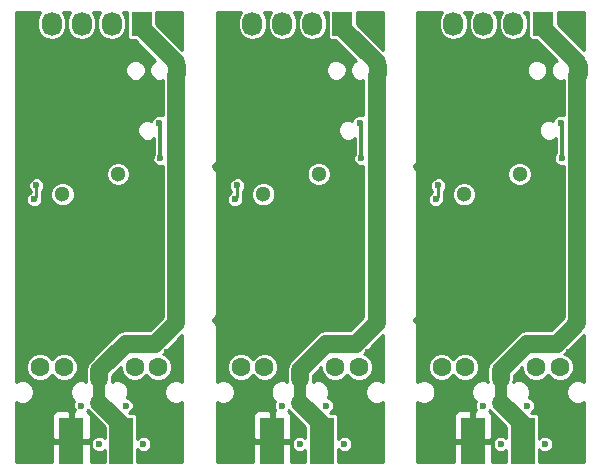
<source format=gbl>
G04 #@! TF.FileFunction,Copper,L2,Bot,Signal*
%FSLAX46Y46*%
G04 Gerber Fmt 4.6, Leading zero omitted, Abs format (unit mm)*
G04 Created by KiCad (PCBNEW 4.0.2-4+6225~38~ubuntu15.10.1-stable) date Tue 29 Mar 2016 00:06:07 BST*
%MOMM*%
G01*
G04 APERTURE LIST*
%ADD10C,0.100000*%
%ADD11C,1.600000*%
%ADD12R,2.000000X4.000000*%
%ADD13R,1.727200X2.032000*%
%ADD14O,1.727200X2.032000*%
%ADD15C,1.300000*%
%ADD16C,0.600000*%
%ADD17C,1.000000*%
%ADD18C,0.300000*%
%ADD19C,1.500000*%
%ADD20C,1.000000*%
%ADD21C,0.250000*%
%ADD22C,0.254000*%
G04 APERTURE END LIST*
D10*
D11*
X118500000Y-106500000D03*
X120500000Y-106500000D03*
D12*
X121150000Y-112750000D03*
X125350000Y-112750000D03*
D11*
X126500000Y-106500000D03*
X128500000Y-106500000D03*
D13*
X127100000Y-77400000D03*
D14*
X124560000Y-77400000D03*
X122020000Y-77400000D03*
X119480000Y-77400000D03*
D15*
X120400768Y-91855050D03*
X125099232Y-90144950D03*
D16*
X121550000Y-84650000D03*
X121550000Y-87150000D03*
X124050000Y-84650000D03*
X124050000Y-87150000D03*
D11*
X118500000Y-106500000D03*
X120500000Y-106500000D03*
D12*
X121150000Y-112750000D03*
X125350000Y-112750000D03*
D11*
X126500000Y-106500000D03*
X128500000Y-106500000D03*
D13*
X127100000Y-77400000D03*
D14*
X124560000Y-77400000D03*
X122020000Y-77400000D03*
X119480000Y-77400000D03*
D15*
X120400768Y-91855050D03*
X125099232Y-90144950D03*
D16*
X121550000Y-84650000D03*
X121550000Y-87150000D03*
X124050000Y-84650000D03*
X124050000Y-87150000D03*
D11*
X135500000Y-106500000D03*
X137500000Y-106500000D03*
D12*
X138150000Y-112750000D03*
X142350000Y-112750000D03*
D11*
X143500000Y-106500000D03*
X145500000Y-106500000D03*
D13*
X144100000Y-77400000D03*
D14*
X141560000Y-77400000D03*
X139020000Y-77400000D03*
X136480000Y-77400000D03*
D15*
X137400768Y-91855050D03*
X142099232Y-90144950D03*
D16*
X138550000Y-84650000D03*
X138550000Y-87150000D03*
X141050000Y-84650000D03*
X141050000Y-87150000D03*
D11*
X152500000Y-106500000D03*
X154500000Y-106500000D03*
D12*
X155150000Y-112750000D03*
X159350000Y-112750000D03*
D11*
X160500000Y-106500000D03*
X162500000Y-106500000D03*
D13*
X161100000Y-77400000D03*
D14*
X158560000Y-77400000D03*
X156020000Y-77400000D03*
X153480000Y-77400000D03*
D15*
X154400768Y-91855050D03*
X159099232Y-90144950D03*
D16*
X155550000Y-84650000D03*
X155550000Y-87150000D03*
X158050000Y-84650000D03*
X158050000Y-87150000D03*
X122000000Y-109750000D03*
X125750000Y-109750000D03*
X123500000Y-113000000D03*
X127250000Y-113000000D03*
X122000000Y-109750000D03*
X125750000Y-109750000D03*
X123500000Y-113000000D03*
X127250000Y-113000000D03*
X139000000Y-109750000D03*
X142750000Y-109750000D03*
X140500000Y-113000000D03*
X144250000Y-113000000D03*
X156000000Y-109750000D03*
X159750000Y-109750000D03*
X157500000Y-113000000D03*
X161250000Y-113000000D03*
D17*
X124200000Y-80100000D03*
D16*
X129500000Y-78250000D03*
X126250000Y-103250000D03*
X129250000Y-105250000D03*
X125500000Y-103250000D03*
D17*
X121600000Y-80400000D03*
X119200000Y-80400000D03*
D16*
X120100000Y-83300000D03*
X127600000Y-81800000D03*
X128300000Y-90600000D03*
X118800000Y-90400000D03*
X122000000Y-90600000D03*
X117500000Y-82500000D03*
X117600000Y-90400000D03*
X120300000Y-93200000D03*
X117000000Y-94500000D03*
X124750000Y-103250000D03*
X122000000Y-96750000D03*
X122500000Y-102250000D03*
D17*
X124200000Y-80100000D03*
D16*
X129500000Y-78250000D03*
X126250000Y-103250000D03*
X129250000Y-105250000D03*
X125500000Y-103250000D03*
D17*
X121600000Y-80400000D03*
X119200000Y-80400000D03*
D16*
X120100000Y-83300000D03*
X127600000Y-81800000D03*
X128300000Y-90600000D03*
X118800000Y-90400000D03*
X122000000Y-90600000D03*
X117500000Y-82500000D03*
X117600000Y-90400000D03*
X120300000Y-93200000D03*
X117000000Y-94500000D03*
X124750000Y-103250000D03*
X122000000Y-96750000D03*
X122500000Y-102250000D03*
D17*
X141200000Y-80100000D03*
D16*
X146500000Y-78250000D03*
X143250000Y-103250000D03*
X146250000Y-105250000D03*
X142500000Y-103250000D03*
D17*
X138600000Y-80400000D03*
X136200000Y-80400000D03*
D16*
X137100000Y-83300000D03*
X144600000Y-81800000D03*
X145300000Y-90600000D03*
X135800000Y-90400000D03*
X139000000Y-90600000D03*
X134500000Y-82500000D03*
X134600000Y-90400000D03*
X137300000Y-93200000D03*
X134000000Y-94500000D03*
X141750000Y-103250000D03*
X139000000Y-96750000D03*
X139500000Y-102250000D03*
D17*
X158200000Y-80100000D03*
D16*
X163500000Y-78250000D03*
X160250000Y-103250000D03*
X163250000Y-105250000D03*
X159500000Y-103250000D03*
D17*
X155600000Y-80400000D03*
X153200000Y-80400000D03*
D16*
X154100000Y-83300000D03*
X161600000Y-81800000D03*
X162300000Y-90600000D03*
X152800000Y-90400000D03*
X156000000Y-90600000D03*
X151500000Y-82500000D03*
X151600000Y-90400000D03*
X154300000Y-93200000D03*
X151000000Y-94500000D03*
X158750000Y-103250000D03*
X156000000Y-96750000D03*
X156500000Y-102250000D03*
X128700000Y-88800000D03*
X128600000Y-85800000D03*
X128700000Y-88800000D03*
X128600000Y-85800000D03*
X145700000Y-88800000D03*
X145600000Y-85800000D03*
X162700000Y-88800000D03*
X162600000Y-85800000D03*
D17*
X128500000Y-104250000D03*
X129500000Y-103250000D03*
X128500000Y-104250000D03*
X129500000Y-103250000D03*
X145500000Y-104250000D03*
X146500000Y-103250000D03*
X162500000Y-104250000D03*
X163500000Y-103250000D03*
D16*
X118200000Y-91100000D03*
X118000000Y-92300000D03*
X118200000Y-91100000D03*
X118000000Y-92300000D03*
X135200000Y-91100000D03*
X135000000Y-92300000D03*
X152200000Y-91100000D03*
X152000000Y-92300000D03*
D18*
X128700000Y-88800000D02*
X128700000Y-85900000D01*
X128700000Y-85900000D02*
X128600000Y-85800000D01*
X128700000Y-88800000D02*
X128700000Y-85900000D01*
X128700000Y-85900000D02*
X128600000Y-85800000D01*
X145700000Y-88800000D02*
X145700000Y-85900000D01*
X145700000Y-85900000D02*
X145600000Y-85800000D01*
X162700000Y-88800000D02*
X162700000Y-85900000D01*
X162700000Y-85900000D02*
X162600000Y-85800000D01*
D19*
X129500000Y-103250000D02*
X128500000Y-104250000D01*
X128500000Y-104250000D02*
X128750000Y-104000000D01*
X130000000Y-80900000D02*
X130000000Y-80700000D01*
X130000000Y-80700000D02*
X127100000Y-77800000D01*
X127100000Y-77800000D02*
X127100000Y-77400000D01*
X130100000Y-81000000D02*
X130000000Y-80900000D01*
X130000000Y-80900000D02*
X130000000Y-80900000D01*
X130000000Y-82200000D02*
X130000000Y-81800000D01*
X130100000Y-81000000D02*
X130100000Y-81000000D01*
X130100000Y-81700000D02*
X130100000Y-81000000D01*
X130000000Y-81800000D02*
X130100000Y-81700000D01*
X130000000Y-90500000D02*
X130000000Y-82200000D01*
X130000000Y-82200000D02*
X130000000Y-82400000D01*
X123500000Y-106750000D02*
X125750000Y-104500000D01*
X125750000Y-104500000D02*
X128250000Y-104500000D01*
X128250000Y-104500000D02*
X128750000Y-104000000D01*
D20*
X123500000Y-107500000D02*
X123500000Y-109500000D01*
D19*
X125350000Y-111350000D02*
X123500000Y-109500000D01*
X123500000Y-107500000D02*
X123500000Y-106750000D01*
X129500000Y-103250000D02*
X130000000Y-102750000D01*
X130000000Y-102750000D02*
X130000000Y-90500000D01*
X130000000Y-90500000D02*
X130000000Y-90500000D01*
X125350000Y-112750000D02*
X125350000Y-111350000D01*
X129500000Y-103250000D02*
X128500000Y-104250000D01*
X128500000Y-104250000D02*
X128750000Y-104000000D01*
X130000000Y-80900000D02*
X130000000Y-80700000D01*
X130000000Y-80700000D02*
X127100000Y-77800000D01*
X127100000Y-77800000D02*
X127100000Y-77400000D01*
X130100000Y-81000000D02*
X130000000Y-80900000D01*
X130000000Y-80900000D02*
X130000000Y-80900000D01*
X130000000Y-82200000D02*
X130000000Y-81800000D01*
X130100000Y-81000000D02*
X130100000Y-81000000D01*
X130100000Y-81700000D02*
X130100000Y-81000000D01*
X130000000Y-81800000D02*
X130100000Y-81700000D01*
X130000000Y-90500000D02*
X130000000Y-82200000D01*
X130000000Y-82200000D02*
X130000000Y-82400000D01*
X123500000Y-106750000D02*
X125750000Y-104500000D01*
X125750000Y-104500000D02*
X128250000Y-104500000D01*
X128250000Y-104500000D02*
X128750000Y-104000000D01*
D20*
X123500000Y-107500000D02*
X123500000Y-109500000D01*
D19*
X125350000Y-111350000D02*
X123500000Y-109500000D01*
X123500000Y-107500000D02*
X123500000Y-106750000D01*
X129500000Y-103250000D02*
X130000000Y-102750000D01*
X130000000Y-102750000D02*
X130000000Y-90500000D01*
X130000000Y-90500000D02*
X130000000Y-90500000D01*
X125350000Y-112750000D02*
X125350000Y-111350000D01*
X146500000Y-103250000D02*
X145500000Y-104250000D01*
X145500000Y-104250000D02*
X145750000Y-104000000D01*
X147000000Y-80900000D02*
X147000000Y-80700000D01*
X147000000Y-80700000D02*
X144100000Y-77800000D01*
X144100000Y-77800000D02*
X144100000Y-77400000D01*
X147100000Y-81000000D02*
X147000000Y-80900000D01*
X147000000Y-80900000D02*
X147000000Y-80900000D01*
X147000000Y-82200000D02*
X147000000Y-81800000D01*
X147100000Y-81000000D02*
X147100000Y-81000000D01*
X147100000Y-81700000D02*
X147100000Y-81000000D01*
X147000000Y-81800000D02*
X147100000Y-81700000D01*
X147000000Y-90500000D02*
X147000000Y-82200000D01*
X147000000Y-82200000D02*
X147000000Y-82400000D01*
X140500000Y-106750000D02*
X142750000Y-104500000D01*
X142750000Y-104500000D02*
X145250000Y-104500000D01*
X145250000Y-104500000D02*
X145750000Y-104000000D01*
D20*
X140500000Y-107500000D02*
X140500000Y-109500000D01*
D19*
X142350000Y-111350000D02*
X140500000Y-109500000D01*
X140500000Y-107500000D02*
X140500000Y-106750000D01*
X146500000Y-103250000D02*
X147000000Y-102750000D01*
X147000000Y-102750000D02*
X147000000Y-90500000D01*
X147000000Y-90500000D02*
X147000000Y-90500000D01*
X142350000Y-112750000D02*
X142350000Y-111350000D01*
X163500000Y-103250000D02*
X162500000Y-104250000D01*
X162500000Y-104250000D02*
X162750000Y-104000000D01*
X164000000Y-80900000D02*
X164000000Y-80700000D01*
X164000000Y-80700000D02*
X161100000Y-77800000D01*
X161100000Y-77800000D02*
X161100000Y-77400000D01*
X164100000Y-81000000D02*
X164000000Y-80900000D01*
X164000000Y-80900000D02*
X164000000Y-80900000D01*
X164000000Y-82200000D02*
X164000000Y-81800000D01*
X164100000Y-81000000D02*
X164100000Y-81000000D01*
X164100000Y-81700000D02*
X164100000Y-81000000D01*
X164000000Y-81800000D02*
X164100000Y-81700000D01*
X164000000Y-90500000D02*
X164000000Y-82200000D01*
X164000000Y-82200000D02*
X164000000Y-82400000D01*
X157500000Y-106750000D02*
X159750000Y-104500000D01*
X159750000Y-104500000D02*
X162250000Y-104500000D01*
X162250000Y-104500000D02*
X162750000Y-104000000D01*
D20*
X157500000Y-107500000D02*
X157500000Y-109500000D01*
D19*
X159350000Y-111350000D02*
X157500000Y-109500000D01*
X157500000Y-107500000D02*
X157500000Y-106750000D01*
X163500000Y-103250000D02*
X164000000Y-102750000D01*
X164000000Y-102750000D02*
X164000000Y-90500000D01*
X164000000Y-90500000D02*
X164000000Y-90500000D01*
X159350000Y-112750000D02*
X159350000Y-111350000D01*
D21*
X118200000Y-92100000D02*
X118200000Y-91100000D01*
X118000000Y-92300000D02*
X118200000Y-92100000D01*
X118200000Y-92100000D02*
X118200000Y-91100000D01*
X118000000Y-92300000D02*
X118200000Y-92100000D01*
X135200000Y-92100000D02*
X135200000Y-91100000D01*
X135000000Y-92300000D02*
X135200000Y-92100000D01*
X152200000Y-92100000D02*
X152200000Y-91100000D01*
X152000000Y-92300000D02*
X152200000Y-92100000D01*
D22*
G36*
X130548000Y-107769669D02*
X130195190Y-107623170D01*
X129806515Y-107622830D01*
X129447297Y-107771256D01*
X129172222Y-108045851D01*
X129023170Y-108404810D01*
X129022830Y-108793485D01*
X129171256Y-109152703D01*
X129445851Y-109427778D01*
X129804810Y-109576830D01*
X130193485Y-109577170D01*
X130548000Y-109430687D01*
X130548000Y-114548000D01*
X126734385Y-114548000D01*
X126734385Y-113441743D01*
X126866010Y-113573598D01*
X127114746Y-113676882D01*
X127384073Y-113677117D01*
X127632989Y-113574267D01*
X127823598Y-113383990D01*
X127926882Y-113135254D01*
X127927117Y-112865927D01*
X127824267Y-112617011D01*
X127633990Y-112426402D01*
X127385254Y-112323118D01*
X127115927Y-112322883D01*
X126867011Y-112425733D01*
X126734385Y-112558128D01*
X126734385Y-110750000D01*
X126708097Y-110610292D01*
X126625530Y-110481980D01*
X126499547Y-110395899D01*
X126350000Y-110365615D01*
X126032919Y-110365615D01*
X126132989Y-110324267D01*
X126323598Y-110133990D01*
X126426882Y-109885254D01*
X126427117Y-109615927D01*
X126324267Y-109367011D01*
X126133990Y-109176402D01*
X125885254Y-109073118D01*
X125861433Y-109073097D01*
X125976830Y-108795190D01*
X125977170Y-108406515D01*
X125828744Y-108047297D01*
X125554149Y-107772222D01*
X125195190Y-107623170D01*
X124806515Y-107622830D01*
X124584304Y-107714646D01*
X124627000Y-107500000D01*
X124627000Y-107216818D01*
X125322981Y-106520837D01*
X125322796Y-106733093D01*
X125501606Y-107165846D01*
X125832412Y-107497230D01*
X126264853Y-107676795D01*
X126733093Y-107677204D01*
X127165846Y-107498394D01*
X127497230Y-107167588D01*
X127499784Y-107161437D01*
X127501606Y-107165846D01*
X127832412Y-107497230D01*
X128264853Y-107676795D01*
X128733093Y-107677204D01*
X129165846Y-107498394D01*
X129497230Y-107167588D01*
X129676795Y-106735147D01*
X129677204Y-106266907D01*
X129498394Y-105834154D01*
X129167588Y-105502770D01*
X128903150Y-105392966D01*
X129046909Y-105296909D01*
X129412534Y-104931284D01*
X129546909Y-104796910D01*
X130296910Y-104046909D01*
X130296912Y-104046906D01*
X130548000Y-103795818D01*
X130548000Y-107769669D01*
X130548000Y-107769669D01*
G37*
X130548000Y-107769669D02*
X130195190Y-107623170D01*
X129806515Y-107622830D01*
X129447297Y-107771256D01*
X129172222Y-108045851D01*
X129023170Y-108404810D01*
X129022830Y-108793485D01*
X129171256Y-109152703D01*
X129445851Y-109427778D01*
X129804810Y-109576830D01*
X130193485Y-109577170D01*
X130548000Y-109430687D01*
X130548000Y-114548000D01*
X126734385Y-114548000D01*
X126734385Y-113441743D01*
X126866010Y-113573598D01*
X127114746Y-113676882D01*
X127384073Y-113677117D01*
X127632989Y-113574267D01*
X127823598Y-113383990D01*
X127926882Y-113135254D01*
X127927117Y-112865927D01*
X127824267Y-112617011D01*
X127633990Y-112426402D01*
X127385254Y-112323118D01*
X127115927Y-112322883D01*
X126867011Y-112425733D01*
X126734385Y-112558128D01*
X126734385Y-110750000D01*
X126708097Y-110610292D01*
X126625530Y-110481980D01*
X126499547Y-110395899D01*
X126350000Y-110365615D01*
X126032919Y-110365615D01*
X126132989Y-110324267D01*
X126323598Y-110133990D01*
X126426882Y-109885254D01*
X126427117Y-109615927D01*
X126324267Y-109367011D01*
X126133990Y-109176402D01*
X125885254Y-109073118D01*
X125861433Y-109073097D01*
X125976830Y-108795190D01*
X125977170Y-108406515D01*
X125828744Y-108047297D01*
X125554149Y-107772222D01*
X125195190Y-107623170D01*
X124806515Y-107622830D01*
X124584304Y-107714646D01*
X124627000Y-107500000D01*
X124627000Y-107216818D01*
X125322981Y-106520837D01*
X125322796Y-106733093D01*
X125501606Y-107165846D01*
X125832412Y-107497230D01*
X126264853Y-107676795D01*
X126733093Y-107677204D01*
X127165846Y-107498394D01*
X127497230Y-107167588D01*
X127499784Y-107161437D01*
X127501606Y-107165846D01*
X127832412Y-107497230D01*
X128264853Y-107676795D01*
X128733093Y-107677204D01*
X129165846Y-107498394D01*
X129497230Y-107167588D01*
X129676795Y-106735147D01*
X129677204Y-106266907D01*
X129498394Y-105834154D01*
X129167588Y-105502770D01*
X128903150Y-105392966D01*
X129046909Y-105296909D01*
X129412534Y-104931284D01*
X129546909Y-104796910D01*
X130296910Y-104046909D01*
X130296912Y-104046906D01*
X130548000Y-103795818D01*
X130548000Y-107769669D01*
G36*
X118333835Y-76745553D02*
X118239400Y-77220310D01*
X118239400Y-77579690D01*
X118333835Y-78054447D01*
X118602763Y-78456927D01*
X119005243Y-78725855D01*
X119480000Y-78820290D01*
X119954757Y-78725855D01*
X120357237Y-78456927D01*
X120626165Y-78054447D01*
X120720600Y-77579690D01*
X120720600Y-77220310D01*
X120626165Y-76745553D01*
X120430020Y-76452000D01*
X121069980Y-76452000D01*
X120873835Y-76745553D01*
X120779400Y-77220310D01*
X120779400Y-77579690D01*
X120873835Y-78054447D01*
X121142763Y-78456927D01*
X121545243Y-78725855D01*
X122020000Y-78820290D01*
X122494757Y-78725855D01*
X122897237Y-78456927D01*
X123166165Y-78054447D01*
X123260600Y-77579690D01*
X123260600Y-77220310D01*
X123166165Y-76745553D01*
X122970020Y-76452000D01*
X123609980Y-76452000D01*
X123413835Y-76745553D01*
X123319400Y-77220310D01*
X123319400Y-77579690D01*
X123413835Y-78054447D01*
X123682763Y-78456927D01*
X124085243Y-78725855D01*
X124560000Y-78820290D01*
X125034757Y-78725855D01*
X125437237Y-78456927D01*
X125706165Y-78054447D01*
X125800600Y-77579690D01*
X125800600Y-77220310D01*
X125706165Y-76745553D01*
X125510020Y-76452000D01*
X125852015Y-76452000D01*
X125852015Y-78416000D01*
X125878303Y-78555708D01*
X125960870Y-78684020D01*
X126086853Y-78770101D01*
X126236400Y-78800385D01*
X126506567Y-78800385D01*
X128264549Y-80558368D01*
X128124869Y-80616082D01*
X127877949Y-80862571D01*
X127744153Y-81184789D01*
X127743849Y-81533681D01*
X127877082Y-81856131D01*
X128123571Y-82103051D01*
X128445789Y-82236847D01*
X128794681Y-82237151D01*
X128873000Y-82204790D01*
X128873000Y-85180315D01*
X128735254Y-85123118D01*
X128465927Y-85122883D01*
X128217011Y-85225733D01*
X128026402Y-85416010D01*
X127938083Y-85628707D01*
X127780211Y-85563153D01*
X127431319Y-85562849D01*
X127108869Y-85696082D01*
X126861949Y-85942571D01*
X126728153Y-86264789D01*
X126727849Y-86613681D01*
X126861082Y-86936131D01*
X127107571Y-87183051D01*
X127429789Y-87316847D01*
X127778681Y-87317151D01*
X128101131Y-87183918D01*
X128173000Y-87112174D01*
X128173000Y-88369493D01*
X128126402Y-88416010D01*
X128023118Y-88664746D01*
X128022883Y-88934073D01*
X128125733Y-89182989D01*
X128316010Y-89373598D01*
X128564746Y-89476882D01*
X128834073Y-89477117D01*
X128873000Y-89461033D01*
X128873000Y-102283182D01*
X128703094Y-102453088D01*
X128703091Y-102453090D01*
X127953090Y-103203091D01*
X127783333Y-103372849D01*
X127783182Y-103373000D01*
X125750000Y-103373000D01*
X125318716Y-103458788D01*
X124953091Y-103703090D01*
X122703091Y-105953091D01*
X122458788Y-106318716D01*
X122373000Y-106750000D01*
X122373000Y-107500000D01*
X122415714Y-107714739D01*
X122195190Y-107623170D01*
X121806515Y-107622830D01*
X121447297Y-107771256D01*
X121172222Y-108045851D01*
X121023170Y-108404810D01*
X121022830Y-108793485D01*
X121171256Y-109152703D01*
X121414002Y-109395873D01*
X121323118Y-109614746D01*
X121322883Y-109884073D01*
X121423402Y-110127348D01*
X121277000Y-110273750D01*
X121277000Y-112623000D01*
X122626250Y-112623000D01*
X122785000Y-112464250D01*
X122785000Y-110623690D01*
X122688327Y-110390301D01*
X122509698Y-110211673D01*
X122499861Y-110207598D01*
X122573598Y-110133990D01*
X122581506Y-110114945D01*
X122703091Y-110296909D01*
X123965615Y-111559433D01*
X123965615Y-112508169D01*
X123883990Y-112426402D01*
X123635254Y-112323118D01*
X123365927Y-112322883D01*
X123117011Y-112425733D01*
X122926402Y-112616010D01*
X122823118Y-112864746D01*
X122822883Y-113134073D01*
X122925733Y-113382989D01*
X123116010Y-113573598D01*
X123364746Y-113676882D01*
X123634073Y-113677117D01*
X123882989Y-113574267D01*
X123965615Y-113491785D01*
X123965615Y-114548000D01*
X122785000Y-114548000D01*
X122785000Y-113035750D01*
X122626250Y-112877000D01*
X121277000Y-112877000D01*
X121277000Y-112897000D01*
X121023000Y-112897000D01*
X121023000Y-112877000D01*
X119673750Y-112877000D01*
X119515000Y-113035750D01*
X119515000Y-114548000D01*
X116452000Y-114548000D01*
X116452000Y-110623690D01*
X119515000Y-110623690D01*
X119515000Y-112464250D01*
X119673750Y-112623000D01*
X121023000Y-112623000D01*
X121023000Y-110273750D01*
X120864250Y-110115000D01*
X120023691Y-110115000D01*
X119790302Y-110211673D01*
X119611673Y-110390301D01*
X119515000Y-110623690D01*
X116452000Y-110623690D01*
X116452000Y-109430331D01*
X116804810Y-109576830D01*
X117193485Y-109577170D01*
X117552703Y-109428744D01*
X117827778Y-109154149D01*
X117976830Y-108795190D01*
X117977170Y-108406515D01*
X117828744Y-108047297D01*
X117554149Y-107772222D01*
X117195190Y-107623170D01*
X116806515Y-107622830D01*
X116452000Y-107769313D01*
X116452000Y-106733093D01*
X117322796Y-106733093D01*
X117501606Y-107165846D01*
X117832412Y-107497230D01*
X118264853Y-107676795D01*
X118733093Y-107677204D01*
X119165846Y-107498394D01*
X119497230Y-107167588D01*
X119499784Y-107161437D01*
X119501606Y-107165846D01*
X119832412Y-107497230D01*
X120264853Y-107676795D01*
X120733093Y-107677204D01*
X121165846Y-107498394D01*
X121497230Y-107167588D01*
X121676795Y-106735147D01*
X121677204Y-106266907D01*
X121498394Y-105834154D01*
X121167588Y-105502770D01*
X120735147Y-105323205D01*
X120266907Y-105322796D01*
X119834154Y-105501606D01*
X119502770Y-105832412D01*
X119500216Y-105838563D01*
X119498394Y-105834154D01*
X119167588Y-105502770D01*
X118735147Y-105323205D01*
X118266907Y-105322796D01*
X117834154Y-105501606D01*
X117502770Y-105832412D01*
X117323205Y-106264853D01*
X117322796Y-106733093D01*
X116452000Y-106733093D01*
X116452000Y-92434073D01*
X117322883Y-92434073D01*
X117425733Y-92682989D01*
X117616010Y-92873598D01*
X117864746Y-92976882D01*
X118134073Y-92977117D01*
X118382989Y-92874267D01*
X118573598Y-92683990D01*
X118676882Y-92435254D01*
X118677065Y-92225359D01*
X118702001Y-92100000D01*
X118702000Y-92099995D01*
X118702000Y-92058437D01*
X119373590Y-92058437D01*
X119529612Y-92436039D01*
X119818260Y-92725190D01*
X120195589Y-92881871D01*
X120604155Y-92882228D01*
X120981757Y-92726206D01*
X121270908Y-92437558D01*
X121427589Y-92060229D01*
X121427946Y-91651663D01*
X121271924Y-91274061D01*
X120983276Y-90984910D01*
X120605947Y-90828229D01*
X120197381Y-90827872D01*
X119819779Y-90983894D01*
X119530628Y-91272542D01*
X119373947Y-91649871D01*
X119373590Y-92058437D01*
X118702000Y-92058437D01*
X118702000Y-91555463D01*
X118773598Y-91483990D01*
X118876882Y-91235254D01*
X118877117Y-90965927D01*
X118774267Y-90717011D01*
X118583990Y-90526402D01*
X118335254Y-90423118D01*
X118065927Y-90422883D01*
X117817011Y-90525733D01*
X117626402Y-90716010D01*
X117523118Y-90964746D01*
X117522883Y-91234073D01*
X117625733Y-91482989D01*
X117698000Y-91555382D01*
X117698000Y-91692269D01*
X117617011Y-91725733D01*
X117426402Y-91916010D01*
X117323118Y-92164746D01*
X117322883Y-92434073D01*
X116452000Y-92434073D01*
X116452000Y-90348337D01*
X124072054Y-90348337D01*
X124228076Y-90725939D01*
X124516724Y-91015090D01*
X124894053Y-91171771D01*
X125302619Y-91172128D01*
X125680221Y-91016106D01*
X125969372Y-90727458D01*
X126126053Y-90350129D01*
X126126410Y-89941563D01*
X125970388Y-89563961D01*
X125681740Y-89274810D01*
X125304411Y-89118129D01*
X124895845Y-89117772D01*
X124518243Y-89273794D01*
X124229092Y-89562442D01*
X124072411Y-89939771D01*
X124072054Y-90348337D01*
X116452000Y-90348337D01*
X116452000Y-81533681D01*
X125711849Y-81533681D01*
X125845082Y-81856131D01*
X126091571Y-82103051D01*
X126413789Y-82236847D01*
X126762681Y-82237151D01*
X127085131Y-82103918D01*
X127332051Y-81857429D01*
X127465847Y-81535211D01*
X127466151Y-81186319D01*
X127332918Y-80863869D01*
X127086429Y-80616949D01*
X126764211Y-80483153D01*
X126415319Y-80482849D01*
X126092869Y-80616082D01*
X125845949Y-80862571D01*
X125712153Y-81184789D01*
X125711849Y-81533681D01*
X116452000Y-81533681D01*
X116452000Y-76452000D01*
X118529980Y-76452000D01*
X118333835Y-76745553D01*
X118333835Y-76745553D01*
G37*
X118333835Y-76745553D02*
X118239400Y-77220310D01*
X118239400Y-77579690D01*
X118333835Y-78054447D01*
X118602763Y-78456927D01*
X119005243Y-78725855D01*
X119480000Y-78820290D01*
X119954757Y-78725855D01*
X120357237Y-78456927D01*
X120626165Y-78054447D01*
X120720600Y-77579690D01*
X120720600Y-77220310D01*
X120626165Y-76745553D01*
X120430020Y-76452000D01*
X121069980Y-76452000D01*
X120873835Y-76745553D01*
X120779400Y-77220310D01*
X120779400Y-77579690D01*
X120873835Y-78054447D01*
X121142763Y-78456927D01*
X121545243Y-78725855D01*
X122020000Y-78820290D01*
X122494757Y-78725855D01*
X122897237Y-78456927D01*
X123166165Y-78054447D01*
X123260600Y-77579690D01*
X123260600Y-77220310D01*
X123166165Y-76745553D01*
X122970020Y-76452000D01*
X123609980Y-76452000D01*
X123413835Y-76745553D01*
X123319400Y-77220310D01*
X123319400Y-77579690D01*
X123413835Y-78054447D01*
X123682763Y-78456927D01*
X124085243Y-78725855D01*
X124560000Y-78820290D01*
X125034757Y-78725855D01*
X125437237Y-78456927D01*
X125706165Y-78054447D01*
X125800600Y-77579690D01*
X125800600Y-77220310D01*
X125706165Y-76745553D01*
X125510020Y-76452000D01*
X125852015Y-76452000D01*
X125852015Y-78416000D01*
X125878303Y-78555708D01*
X125960870Y-78684020D01*
X126086853Y-78770101D01*
X126236400Y-78800385D01*
X126506567Y-78800385D01*
X128264549Y-80558368D01*
X128124869Y-80616082D01*
X127877949Y-80862571D01*
X127744153Y-81184789D01*
X127743849Y-81533681D01*
X127877082Y-81856131D01*
X128123571Y-82103051D01*
X128445789Y-82236847D01*
X128794681Y-82237151D01*
X128873000Y-82204790D01*
X128873000Y-85180315D01*
X128735254Y-85123118D01*
X128465927Y-85122883D01*
X128217011Y-85225733D01*
X128026402Y-85416010D01*
X127938083Y-85628707D01*
X127780211Y-85563153D01*
X127431319Y-85562849D01*
X127108869Y-85696082D01*
X126861949Y-85942571D01*
X126728153Y-86264789D01*
X126727849Y-86613681D01*
X126861082Y-86936131D01*
X127107571Y-87183051D01*
X127429789Y-87316847D01*
X127778681Y-87317151D01*
X128101131Y-87183918D01*
X128173000Y-87112174D01*
X128173000Y-88369493D01*
X128126402Y-88416010D01*
X128023118Y-88664746D01*
X128022883Y-88934073D01*
X128125733Y-89182989D01*
X128316010Y-89373598D01*
X128564746Y-89476882D01*
X128834073Y-89477117D01*
X128873000Y-89461033D01*
X128873000Y-102283182D01*
X128703094Y-102453088D01*
X128703091Y-102453090D01*
X127953090Y-103203091D01*
X127783333Y-103372849D01*
X127783182Y-103373000D01*
X125750000Y-103373000D01*
X125318716Y-103458788D01*
X124953091Y-103703090D01*
X122703091Y-105953091D01*
X122458788Y-106318716D01*
X122373000Y-106750000D01*
X122373000Y-107500000D01*
X122415714Y-107714739D01*
X122195190Y-107623170D01*
X121806515Y-107622830D01*
X121447297Y-107771256D01*
X121172222Y-108045851D01*
X121023170Y-108404810D01*
X121022830Y-108793485D01*
X121171256Y-109152703D01*
X121414002Y-109395873D01*
X121323118Y-109614746D01*
X121322883Y-109884073D01*
X121423402Y-110127348D01*
X121277000Y-110273750D01*
X121277000Y-112623000D01*
X122626250Y-112623000D01*
X122785000Y-112464250D01*
X122785000Y-110623690D01*
X122688327Y-110390301D01*
X122509698Y-110211673D01*
X122499861Y-110207598D01*
X122573598Y-110133990D01*
X122581506Y-110114945D01*
X122703091Y-110296909D01*
X123965615Y-111559433D01*
X123965615Y-112508169D01*
X123883990Y-112426402D01*
X123635254Y-112323118D01*
X123365927Y-112322883D01*
X123117011Y-112425733D01*
X122926402Y-112616010D01*
X122823118Y-112864746D01*
X122822883Y-113134073D01*
X122925733Y-113382989D01*
X123116010Y-113573598D01*
X123364746Y-113676882D01*
X123634073Y-113677117D01*
X123882989Y-113574267D01*
X123965615Y-113491785D01*
X123965615Y-114548000D01*
X122785000Y-114548000D01*
X122785000Y-113035750D01*
X122626250Y-112877000D01*
X121277000Y-112877000D01*
X121277000Y-112897000D01*
X121023000Y-112897000D01*
X121023000Y-112877000D01*
X119673750Y-112877000D01*
X119515000Y-113035750D01*
X119515000Y-114548000D01*
X116452000Y-114548000D01*
X116452000Y-110623690D01*
X119515000Y-110623690D01*
X119515000Y-112464250D01*
X119673750Y-112623000D01*
X121023000Y-112623000D01*
X121023000Y-110273750D01*
X120864250Y-110115000D01*
X120023691Y-110115000D01*
X119790302Y-110211673D01*
X119611673Y-110390301D01*
X119515000Y-110623690D01*
X116452000Y-110623690D01*
X116452000Y-109430331D01*
X116804810Y-109576830D01*
X117193485Y-109577170D01*
X117552703Y-109428744D01*
X117827778Y-109154149D01*
X117976830Y-108795190D01*
X117977170Y-108406515D01*
X117828744Y-108047297D01*
X117554149Y-107772222D01*
X117195190Y-107623170D01*
X116806515Y-107622830D01*
X116452000Y-107769313D01*
X116452000Y-106733093D01*
X117322796Y-106733093D01*
X117501606Y-107165846D01*
X117832412Y-107497230D01*
X118264853Y-107676795D01*
X118733093Y-107677204D01*
X119165846Y-107498394D01*
X119497230Y-107167588D01*
X119499784Y-107161437D01*
X119501606Y-107165846D01*
X119832412Y-107497230D01*
X120264853Y-107676795D01*
X120733093Y-107677204D01*
X121165846Y-107498394D01*
X121497230Y-107167588D01*
X121676795Y-106735147D01*
X121677204Y-106266907D01*
X121498394Y-105834154D01*
X121167588Y-105502770D01*
X120735147Y-105323205D01*
X120266907Y-105322796D01*
X119834154Y-105501606D01*
X119502770Y-105832412D01*
X119500216Y-105838563D01*
X119498394Y-105834154D01*
X119167588Y-105502770D01*
X118735147Y-105323205D01*
X118266907Y-105322796D01*
X117834154Y-105501606D01*
X117502770Y-105832412D01*
X117323205Y-106264853D01*
X117322796Y-106733093D01*
X116452000Y-106733093D01*
X116452000Y-92434073D01*
X117322883Y-92434073D01*
X117425733Y-92682989D01*
X117616010Y-92873598D01*
X117864746Y-92976882D01*
X118134073Y-92977117D01*
X118382989Y-92874267D01*
X118573598Y-92683990D01*
X118676882Y-92435254D01*
X118677065Y-92225359D01*
X118702001Y-92100000D01*
X118702000Y-92099995D01*
X118702000Y-92058437D01*
X119373590Y-92058437D01*
X119529612Y-92436039D01*
X119818260Y-92725190D01*
X120195589Y-92881871D01*
X120604155Y-92882228D01*
X120981757Y-92726206D01*
X121270908Y-92437558D01*
X121427589Y-92060229D01*
X121427946Y-91651663D01*
X121271924Y-91274061D01*
X120983276Y-90984910D01*
X120605947Y-90828229D01*
X120197381Y-90827872D01*
X119819779Y-90983894D01*
X119530628Y-91272542D01*
X119373947Y-91649871D01*
X119373590Y-92058437D01*
X118702000Y-92058437D01*
X118702000Y-91555463D01*
X118773598Y-91483990D01*
X118876882Y-91235254D01*
X118877117Y-90965927D01*
X118774267Y-90717011D01*
X118583990Y-90526402D01*
X118335254Y-90423118D01*
X118065927Y-90422883D01*
X117817011Y-90525733D01*
X117626402Y-90716010D01*
X117523118Y-90964746D01*
X117522883Y-91234073D01*
X117625733Y-91482989D01*
X117698000Y-91555382D01*
X117698000Y-91692269D01*
X117617011Y-91725733D01*
X117426402Y-91916010D01*
X117323118Y-92164746D01*
X117322883Y-92434073D01*
X116452000Y-92434073D01*
X116452000Y-90348337D01*
X124072054Y-90348337D01*
X124228076Y-90725939D01*
X124516724Y-91015090D01*
X124894053Y-91171771D01*
X125302619Y-91172128D01*
X125680221Y-91016106D01*
X125969372Y-90727458D01*
X126126053Y-90350129D01*
X126126410Y-89941563D01*
X125970388Y-89563961D01*
X125681740Y-89274810D01*
X125304411Y-89118129D01*
X124895845Y-89117772D01*
X124518243Y-89273794D01*
X124229092Y-89562442D01*
X124072411Y-89939771D01*
X124072054Y-90348337D01*
X116452000Y-90348337D01*
X116452000Y-81533681D01*
X125711849Y-81533681D01*
X125845082Y-81856131D01*
X126091571Y-82103051D01*
X126413789Y-82236847D01*
X126762681Y-82237151D01*
X127085131Y-82103918D01*
X127332051Y-81857429D01*
X127465847Y-81535211D01*
X127466151Y-81186319D01*
X127332918Y-80863869D01*
X127086429Y-80616949D01*
X126764211Y-80483153D01*
X126415319Y-80482849D01*
X126092869Y-80616082D01*
X125845949Y-80862571D01*
X125712153Y-81184789D01*
X125711849Y-81533681D01*
X116452000Y-81533681D01*
X116452000Y-76452000D01*
X118529980Y-76452000D01*
X118333835Y-76745553D01*
G36*
X130548000Y-79654181D02*
X128347985Y-77454167D01*
X128347985Y-76452000D01*
X130548000Y-76452000D01*
X130548000Y-79654181D01*
X130548000Y-79654181D01*
G37*
X130548000Y-79654181D02*
X128347985Y-77454167D01*
X128347985Y-76452000D01*
X130548000Y-76452000D01*
X130548000Y-79654181D01*
G36*
X130548000Y-107769669D02*
X130195190Y-107623170D01*
X129806515Y-107622830D01*
X129447297Y-107771256D01*
X129172222Y-108045851D01*
X129023170Y-108404810D01*
X129022830Y-108793485D01*
X129171256Y-109152703D01*
X129445851Y-109427778D01*
X129804810Y-109576830D01*
X130193485Y-109577170D01*
X130548000Y-109430687D01*
X130548000Y-114548000D01*
X126734385Y-114548000D01*
X126734385Y-113441743D01*
X126866010Y-113573598D01*
X127114746Y-113676882D01*
X127384073Y-113677117D01*
X127632989Y-113574267D01*
X127823598Y-113383990D01*
X127926882Y-113135254D01*
X127927117Y-112865927D01*
X127824267Y-112617011D01*
X127633990Y-112426402D01*
X127385254Y-112323118D01*
X127115927Y-112322883D01*
X126867011Y-112425733D01*
X126734385Y-112558128D01*
X126734385Y-110750000D01*
X126708097Y-110610292D01*
X126625530Y-110481980D01*
X126499547Y-110395899D01*
X126350000Y-110365615D01*
X126032919Y-110365615D01*
X126132989Y-110324267D01*
X126323598Y-110133990D01*
X126426882Y-109885254D01*
X126427117Y-109615927D01*
X126324267Y-109367011D01*
X126133990Y-109176402D01*
X125885254Y-109073118D01*
X125861433Y-109073097D01*
X125976830Y-108795190D01*
X125977170Y-108406515D01*
X125828744Y-108047297D01*
X125554149Y-107772222D01*
X125195190Y-107623170D01*
X124806515Y-107622830D01*
X124584304Y-107714646D01*
X124627000Y-107500000D01*
X124627000Y-107216818D01*
X125322981Y-106520837D01*
X125322796Y-106733093D01*
X125501606Y-107165846D01*
X125832412Y-107497230D01*
X126264853Y-107676795D01*
X126733093Y-107677204D01*
X127165846Y-107498394D01*
X127497230Y-107167588D01*
X127499784Y-107161437D01*
X127501606Y-107165846D01*
X127832412Y-107497230D01*
X128264853Y-107676795D01*
X128733093Y-107677204D01*
X129165846Y-107498394D01*
X129497230Y-107167588D01*
X129676795Y-106735147D01*
X129677204Y-106266907D01*
X129498394Y-105834154D01*
X129167588Y-105502770D01*
X128903150Y-105392966D01*
X129046909Y-105296909D01*
X129412534Y-104931284D01*
X129546909Y-104796910D01*
X130296910Y-104046909D01*
X130296912Y-104046906D01*
X130548000Y-103795818D01*
X130548000Y-107769669D01*
X130548000Y-107769669D01*
G37*
X130548000Y-107769669D02*
X130195190Y-107623170D01*
X129806515Y-107622830D01*
X129447297Y-107771256D01*
X129172222Y-108045851D01*
X129023170Y-108404810D01*
X129022830Y-108793485D01*
X129171256Y-109152703D01*
X129445851Y-109427778D01*
X129804810Y-109576830D01*
X130193485Y-109577170D01*
X130548000Y-109430687D01*
X130548000Y-114548000D01*
X126734385Y-114548000D01*
X126734385Y-113441743D01*
X126866010Y-113573598D01*
X127114746Y-113676882D01*
X127384073Y-113677117D01*
X127632989Y-113574267D01*
X127823598Y-113383990D01*
X127926882Y-113135254D01*
X127927117Y-112865927D01*
X127824267Y-112617011D01*
X127633990Y-112426402D01*
X127385254Y-112323118D01*
X127115927Y-112322883D01*
X126867011Y-112425733D01*
X126734385Y-112558128D01*
X126734385Y-110750000D01*
X126708097Y-110610292D01*
X126625530Y-110481980D01*
X126499547Y-110395899D01*
X126350000Y-110365615D01*
X126032919Y-110365615D01*
X126132989Y-110324267D01*
X126323598Y-110133990D01*
X126426882Y-109885254D01*
X126427117Y-109615927D01*
X126324267Y-109367011D01*
X126133990Y-109176402D01*
X125885254Y-109073118D01*
X125861433Y-109073097D01*
X125976830Y-108795190D01*
X125977170Y-108406515D01*
X125828744Y-108047297D01*
X125554149Y-107772222D01*
X125195190Y-107623170D01*
X124806515Y-107622830D01*
X124584304Y-107714646D01*
X124627000Y-107500000D01*
X124627000Y-107216818D01*
X125322981Y-106520837D01*
X125322796Y-106733093D01*
X125501606Y-107165846D01*
X125832412Y-107497230D01*
X126264853Y-107676795D01*
X126733093Y-107677204D01*
X127165846Y-107498394D01*
X127497230Y-107167588D01*
X127499784Y-107161437D01*
X127501606Y-107165846D01*
X127832412Y-107497230D01*
X128264853Y-107676795D01*
X128733093Y-107677204D01*
X129165846Y-107498394D01*
X129497230Y-107167588D01*
X129676795Y-106735147D01*
X129677204Y-106266907D01*
X129498394Y-105834154D01*
X129167588Y-105502770D01*
X128903150Y-105392966D01*
X129046909Y-105296909D01*
X129412534Y-104931284D01*
X129546909Y-104796910D01*
X130296910Y-104046909D01*
X130296912Y-104046906D01*
X130548000Y-103795818D01*
X130548000Y-107769669D01*
G36*
X118333835Y-76745553D02*
X118239400Y-77220310D01*
X118239400Y-77579690D01*
X118333835Y-78054447D01*
X118602763Y-78456927D01*
X119005243Y-78725855D01*
X119480000Y-78820290D01*
X119954757Y-78725855D01*
X120357237Y-78456927D01*
X120626165Y-78054447D01*
X120720600Y-77579690D01*
X120720600Y-77220310D01*
X120626165Y-76745553D01*
X120430020Y-76452000D01*
X121069980Y-76452000D01*
X120873835Y-76745553D01*
X120779400Y-77220310D01*
X120779400Y-77579690D01*
X120873835Y-78054447D01*
X121142763Y-78456927D01*
X121545243Y-78725855D01*
X122020000Y-78820290D01*
X122494757Y-78725855D01*
X122897237Y-78456927D01*
X123166165Y-78054447D01*
X123260600Y-77579690D01*
X123260600Y-77220310D01*
X123166165Y-76745553D01*
X122970020Y-76452000D01*
X123609980Y-76452000D01*
X123413835Y-76745553D01*
X123319400Y-77220310D01*
X123319400Y-77579690D01*
X123413835Y-78054447D01*
X123682763Y-78456927D01*
X124085243Y-78725855D01*
X124560000Y-78820290D01*
X125034757Y-78725855D01*
X125437237Y-78456927D01*
X125706165Y-78054447D01*
X125800600Y-77579690D01*
X125800600Y-77220310D01*
X125706165Y-76745553D01*
X125510020Y-76452000D01*
X125852015Y-76452000D01*
X125852015Y-78416000D01*
X125878303Y-78555708D01*
X125960870Y-78684020D01*
X126086853Y-78770101D01*
X126236400Y-78800385D01*
X126506567Y-78800385D01*
X128264549Y-80558368D01*
X128124869Y-80616082D01*
X127877949Y-80862571D01*
X127744153Y-81184789D01*
X127743849Y-81533681D01*
X127877082Y-81856131D01*
X128123571Y-82103051D01*
X128445789Y-82236847D01*
X128794681Y-82237151D01*
X128873000Y-82204790D01*
X128873000Y-85180315D01*
X128735254Y-85123118D01*
X128465927Y-85122883D01*
X128217011Y-85225733D01*
X128026402Y-85416010D01*
X127938083Y-85628707D01*
X127780211Y-85563153D01*
X127431319Y-85562849D01*
X127108869Y-85696082D01*
X126861949Y-85942571D01*
X126728153Y-86264789D01*
X126727849Y-86613681D01*
X126861082Y-86936131D01*
X127107571Y-87183051D01*
X127429789Y-87316847D01*
X127778681Y-87317151D01*
X128101131Y-87183918D01*
X128173000Y-87112174D01*
X128173000Y-88369493D01*
X128126402Y-88416010D01*
X128023118Y-88664746D01*
X128022883Y-88934073D01*
X128125733Y-89182989D01*
X128316010Y-89373598D01*
X128564746Y-89476882D01*
X128834073Y-89477117D01*
X128873000Y-89461033D01*
X128873000Y-102283182D01*
X128703094Y-102453088D01*
X128703091Y-102453090D01*
X127953090Y-103203091D01*
X127783333Y-103372849D01*
X127783182Y-103373000D01*
X125750000Y-103373000D01*
X125318716Y-103458788D01*
X124953091Y-103703090D01*
X122703091Y-105953091D01*
X122458788Y-106318716D01*
X122373000Y-106750000D01*
X122373000Y-107500000D01*
X122415714Y-107714739D01*
X122195190Y-107623170D01*
X121806515Y-107622830D01*
X121447297Y-107771256D01*
X121172222Y-108045851D01*
X121023170Y-108404810D01*
X121022830Y-108793485D01*
X121171256Y-109152703D01*
X121414002Y-109395873D01*
X121323118Y-109614746D01*
X121322883Y-109884073D01*
X121423402Y-110127348D01*
X121277000Y-110273750D01*
X121277000Y-112623000D01*
X122626250Y-112623000D01*
X122785000Y-112464250D01*
X122785000Y-110623690D01*
X122688327Y-110390301D01*
X122509698Y-110211673D01*
X122499861Y-110207598D01*
X122573598Y-110133990D01*
X122581506Y-110114945D01*
X122703091Y-110296909D01*
X123965615Y-111559433D01*
X123965615Y-112508169D01*
X123883990Y-112426402D01*
X123635254Y-112323118D01*
X123365927Y-112322883D01*
X123117011Y-112425733D01*
X122926402Y-112616010D01*
X122823118Y-112864746D01*
X122822883Y-113134073D01*
X122925733Y-113382989D01*
X123116010Y-113573598D01*
X123364746Y-113676882D01*
X123634073Y-113677117D01*
X123882989Y-113574267D01*
X123965615Y-113491785D01*
X123965615Y-114548000D01*
X122785000Y-114548000D01*
X122785000Y-113035750D01*
X122626250Y-112877000D01*
X121277000Y-112877000D01*
X121277000Y-112897000D01*
X121023000Y-112897000D01*
X121023000Y-112877000D01*
X119673750Y-112877000D01*
X119515000Y-113035750D01*
X119515000Y-114548000D01*
X116452000Y-114548000D01*
X116452000Y-110623690D01*
X119515000Y-110623690D01*
X119515000Y-112464250D01*
X119673750Y-112623000D01*
X121023000Y-112623000D01*
X121023000Y-110273750D01*
X120864250Y-110115000D01*
X120023691Y-110115000D01*
X119790302Y-110211673D01*
X119611673Y-110390301D01*
X119515000Y-110623690D01*
X116452000Y-110623690D01*
X116452000Y-109430331D01*
X116804810Y-109576830D01*
X117193485Y-109577170D01*
X117552703Y-109428744D01*
X117827778Y-109154149D01*
X117976830Y-108795190D01*
X117977170Y-108406515D01*
X117828744Y-108047297D01*
X117554149Y-107772222D01*
X117195190Y-107623170D01*
X116806515Y-107622830D01*
X116452000Y-107769313D01*
X116452000Y-106733093D01*
X117322796Y-106733093D01*
X117501606Y-107165846D01*
X117832412Y-107497230D01*
X118264853Y-107676795D01*
X118733093Y-107677204D01*
X119165846Y-107498394D01*
X119497230Y-107167588D01*
X119499784Y-107161437D01*
X119501606Y-107165846D01*
X119832412Y-107497230D01*
X120264853Y-107676795D01*
X120733093Y-107677204D01*
X121165846Y-107498394D01*
X121497230Y-107167588D01*
X121676795Y-106735147D01*
X121677204Y-106266907D01*
X121498394Y-105834154D01*
X121167588Y-105502770D01*
X120735147Y-105323205D01*
X120266907Y-105322796D01*
X119834154Y-105501606D01*
X119502770Y-105832412D01*
X119500216Y-105838563D01*
X119498394Y-105834154D01*
X119167588Y-105502770D01*
X118735147Y-105323205D01*
X118266907Y-105322796D01*
X117834154Y-105501606D01*
X117502770Y-105832412D01*
X117323205Y-106264853D01*
X117322796Y-106733093D01*
X116452000Y-106733093D01*
X116452000Y-92434073D01*
X117322883Y-92434073D01*
X117425733Y-92682989D01*
X117616010Y-92873598D01*
X117864746Y-92976882D01*
X118134073Y-92977117D01*
X118382989Y-92874267D01*
X118573598Y-92683990D01*
X118676882Y-92435254D01*
X118677065Y-92225359D01*
X118702001Y-92100000D01*
X118702000Y-92099995D01*
X118702000Y-92058437D01*
X119373590Y-92058437D01*
X119529612Y-92436039D01*
X119818260Y-92725190D01*
X120195589Y-92881871D01*
X120604155Y-92882228D01*
X120981757Y-92726206D01*
X121270908Y-92437558D01*
X121427589Y-92060229D01*
X121427946Y-91651663D01*
X121271924Y-91274061D01*
X120983276Y-90984910D01*
X120605947Y-90828229D01*
X120197381Y-90827872D01*
X119819779Y-90983894D01*
X119530628Y-91272542D01*
X119373947Y-91649871D01*
X119373590Y-92058437D01*
X118702000Y-92058437D01*
X118702000Y-91555463D01*
X118773598Y-91483990D01*
X118876882Y-91235254D01*
X118877117Y-90965927D01*
X118774267Y-90717011D01*
X118583990Y-90526402D01*
X118335254Y-90423118D01*
X118065927Y-90422883D01*
X117817011Y-90525733D01*
X117626402Y-90716010D01*
X117523118Y-90964746D01*
X117522883Y-91234073D01*
X117625733Y-91482989D01*
X117698000Y-91555382D01*
X117698000Y-91692269D01*
X117617011Y-91725733D01*
X117426402Y-91916010D01*
X117323118Y-92164746D01*
X117322883Y-92434073D01*
X116452000Y-92434073D01*
X116452000Y-90348337D01*
X124072054Y-90348337D01*
X124228076Y-90725939D01*
X124516724Y-91015090D01*
X124894053Y-91171771D01*
X125302619Y-91172128D01*
X125680221Y-91016106D01*
X125969372Y-90727458D01*
X126126053Y-90350129D01*
X126126410Y-89941563D01*
X125970388Y-89563961D01*
X125681740Y-89274810D01*
X125304411Y-89118129D01*
X124895845Y-89117772D01*
X124518243Y-89273794D01*
X124229092Y-89562442D01*
X124072411Y-89939771D01*
X124072054Y-90348337D01*
X116452000Y-90348337D01*
X116452000Y-81533681D01*
X125711849Y-81533681D01*
X125845082Y-81856131D01*
X126091571Y-82103051D01*
X126413789Y-82236847D01*
X126762681Y-82237151D01*
X127085131Y-82103918D01*
X127332051Y-81857429D01*
X127465847Y-81535211D01*
X127466151Y-81186319D01*
X127332918Y-80863869D01*
X127086429Y-80616949D01*
X126764211Y-80483153D01*
X126415319Y-80482849D01*
X126092869Y-80616082D01*
X125845949Y-80862571D01*
X125712153Y-81184789D01*
X125711849Y-81533681D01*
X116452000Y-81533681D01*
X116452000Y-76452000D01*
X118529980Y-76452000D01*
X118333835Y-76745553D01*
X118333835Y-76745553D01*
G37*
X118333835Y-76745553D02*
X118239400Y-77220310D01*
X118239400Y-77579690D01*
X118333835Y-78054447D01*
X118602763Y-78456927D01*
X119005243Y-78725855D01*
X119480000Y-78820290D01*
X119954757Y-78725855D01*
X120357237Y-78456927D01*
X120626165Y-78054447D01*
X120720600Y-77579690D01*
X120720600Y-77220310D01*
X120626165Y-76745553D01*
X120430020Y-76452000D01*
X121069980Y-76452000D01*
X120873835Y-76745553D01*
X120779400Y-77220310D01*
X120779400Y-77579690D01*
X120873835Y-78054447D01*
X121142763Y-78456927D01*
X121545243Y-78725855D01*
X122020000Y-78820290D01*
X122494757Y-78725855D01*
X122897237Y-78456927D01*
X123166165Y-78054447D01*
X123260600Y-77579690D01*
X123260600Y-77220310D01*
X123166165Y-76745553D01*
X122970020Y-76452000D01*
X123609980Y-76452000D01*
X123413835Y-76745553D01*
X123319400Y-77220310D01*
X123319400Y-77579690D01*
X123413835Y-78054447D01*
X123682763Y-78456927D01*
X124085243Y-78725855D01*
X124560000Y-78820290D01*
X125034757Y-78725855D01*
X125437237Y-78456927D01*
X125706165Y-78054447D01*
X125800600Y-77579690D01*
X125800600Y-77220310D01*
X125706165Y-76745553D01*
X125510020Y-76452000D01*
X125852015Y-76452000D01*
X125852015Y-78416000D01*
X125878303Y-78555708D01*
X125960870Y-78684020D01*
X126086853Y-78770101D01*
X126236400Y-78800385D01*
X126506567Y-78800385D01*
X128264549Y-80558368D01*
X128124869Y-80616082D01*
X127877949Y-80862571D01*
X127744153Y-81184789D01*
X127743849Y-81533681D01*
X127877082Y-81856131D01*
X128123571Y-82103051D01*
X128445789Y-82236847D01*
X128794681Y-82237151D01*
X128873000Y-82204790D01*
X128873000Y-85180315D01*
X128735254Y-85123118D01*
X128465927Y-85122883D01*
X128217011Y-85225733D01*
X128026402Y-85416010D01*
X127938083Y-85628707D01*
X127780211Y-85563153D01*
X127431319Y-85562849D01*
X127108869Y-85696082D01*
X126861949Y-85942571D01*
X126728153Y-86264789D01*
X126727849Y-86613681D01*
X126861082Y-86936131D01*
X127107571Y-87183051D01*
X127429789Y-87316847D01*
X127778681Y-87317151D01*
X128101131Y-87183918D01*
X128173000Y-87112174D01*
X128173000Y-88369493D01*
X128126402Y-88416010D01*
X128023118Y-88664746D01*
X128022883Y-88934073D01*
X128125733Y-89182989D01*
X128316010Y-89373598D01*
X128564746Y-89476882D01*
X128834073Y-89477117D01*
X128873000Y-89461033D01*
X128873000Y-102283182D01*
X128703094Y-102453088D01*
X128703091Y-102453090D01*
X127953090Y-103203091D01*
X127783333Y-103372849D01*
X127783182Y-103373000D01*
X125750000Y-103373000D01*
X125318716Y-103458788D01*
X124953091Y-103703090D01*
X122703091Y-105953091D01*
X122458788Y-106318716D01*
X122373000Y-106750000D01*
X122373000Y-107500000D01*
X122415714Y-107714739D01*
X122195190Y-107623170D01*
X121806515Y-107622830D01*
X121447297Y-107771256D01*
X121172222Y-108045851D01*
X121023170Y-108404810D01*
X121022830Y-108793485D01*
X121171256Y-109152703D01*
X121414002Y-109395873D01*
X121323118Y-109614746D01*
X121322883Y-109884073D01*
X121423402Y-110127348D01*
X121277000Y-110273750D01*
X121277000Y-112623000D01*
X122626250Y-112623000D01*
X122785000Y-112464250D01*
X122785000Y-110623690D01*
X122688327Y-110390301D01*
X122509698Y-110211673D01*
X122499861Y-110207598D01*
X122573598Y-110133990D01*
X122581506Y-110114945D01*
X122703091Y-110296909D01*
X123965615Y-111559433D01*
X123965615Y-112508169D01*
X123883990Y-112426402D01*
X123635254Y-112323118D01*
X123365927Y-112322883D01*
X123117011Y-112425733D01*
X122926402Y-112616010D01*
X122823118Y-112864746D01*
X122822883Y-113134073D01*
X122925733Y-113382989D01*
X123116010Y-113573598D01*
X123364746Y-113676882D01*
X123634073Y-113677117D01*
X123882989Y-113574267D01*
X123965615Y-113491785D01*
X123965615Y-114548000D01*
X122785000Y-114548000D01*
X122785000Y-113035750D01*
X122626250Y-112877000D01*
X121277000Y-112877000D01*
X121277000Y-112897000D01*
X121023000Y-112897000D01*
X121023000Y-112877000D01*
X119673750Y-112877000D01*
X119515000Y-113035750D01*
X119515000Y-114548000D01*
X116452000Y-114548000D01*
X116452000Y-110623690D01*
X119515000Y-110623690D01*
X119515000Y-112464250D01*
X119673750Y-112623000D01*
X121023000Y-112623000D01*
X121023000Y-110273750D01*
X120864250Y-110115000D01*
X120023691Y-110115000D01*
X119790302Y-110211673D01*
X119611673Y-110390301D01*
X119515000Y-110623690D01*
X116452000Y-110623690D01*
X116452000Y-109430331D01*
X116804810Y-109576830D01*
X117193485Y-109577170D01*
X117552703Y-109428744D01*
X117827778Y-109154149D01*
X117976830Y-108795190D01*
X117977170Y-108406515D01*
X117828744Y-108047297D01*
X117554149Y-107772222D01*
X117195190Y-107623170D01*
X116806515Y-107622830D01*
X116452000Y-107769313D01*
X116452000Y-106733093D01*
X117322796Y-106733093D01*
X117501606Y-107165846D01*
X117832412Y-107497230D01*
X118264853Y-107676795D01*
X118733093Y-107677204D01*
X119165846Y-107498394D01*
X119497230Y-107167588D01*
X119499784Y-107161437D01*
X119501606Y-107165846D01*
X119832412Y-107497230D01*
X120264853Y-107676795D01*
X120733093Y-107677204D01*
X121165846Y-107498394D01*
X121497230Y-107167588D01*
X121676795Y-106735147D01*
X121677204Y-106266907D01*
X121498394Y-105834154D01*
X121167588Y-105502770D01*
X120735147Y-105323205D01*
X120266907Y-105322796D01*
X119834154Y-105501606D01*
X119502770Y-105832412D01*
X119500216Y-105838563D01*
X119498394Y-105834154D01*
X119167588Y-105502770D01*
X118735147Y-105323205D01*
X118266907Y-105322796D01*
X117834154Y-105501606D01*
X117502770Y-105832412D01*
X117323205Y-106264853D01*
X117322796Y-106733093D01*
X116452000Y-106733093D01*
X116452000Y-92434073D01*
X117322883Y-92434073D01*
X117425733Y-92682989D01*
X117616010Y-92873598D01*
X117864746Y-92976882D01*
X118134073Y-92977117D01*
X118382989Y-92874267D01*
X118573598Y-92683990D01*
X118676882Y-92435254D01*
X118677065Y-92225359D01*
X118702001Y-92100000D01*
X118702000Y-92099995D01*
X118702000Y-92058437D01*
X119373590Y-92058437D01*
X119529612Y-92436039D01*
X119818260Y-92725190D01*
X120195589Y-92881871D01*
X120604155Y-92882228D01*
X120981757Y-92726206D01*
X121270908Y-92437558D01*
X121427589Y-92060229D01*
X121427946Y-91651663D01*
X121271924Y-91274061D01*
X120983276Y-90984910D01*
X120605947Y-90828229D01*
X120197381Y-90827872D01*
X119819779Y-90983894D01*
X119530628Y-91272542D01*
X119373947Y-91649871D01*
X119373590Y-92058437D01*
X118702000Y-92058437D01*
X118702000Y-91555463D01*
X118773598Y-91483990D01*
X118876882Y-91235254D01*
X118877117Y-90965927D01*
X118774267Y-90717011D01*
X118583990Y-90526402D01*
X118335254Y-90423118D01*
X118065927Y-90422883D01*
X117817011Y-90525733D01*
X117626402Y-90716010D01*
X117523118Y-90964746D01*
X117522883Y-91234073D01*
X117625733Y-91482989D01*
X117698000Y-91555382D01*
X117698000Y-91692269D01*
X117617011Y-91725733D01*
X117426402Y-91916010D01*
X117323118Y-92164746D01*
X117322883Y-92434073D01*
X116452000Y-92434073D01*
X116452000Y-90348337D01*
X124072054Y-90348337D01*
X124228076Y-90725939D01*
X124516724Y-91015090D01*
X124894053Y-91171771D01*
X125302619Y-91172128D01*
X125680221Y-91016106D01*
X125969372Y-90727458D01*
X126126053Y-90350129D01*
X126126410Y-89941563D01*
X125970388Y-89563961D01*
X125681740Y-89274810D01*
X125304411Y-89118129D01*
X124895845Y-89117772D01*
X124518243Y-89273794D01*
X124229092Y-89562442D01*
X124072411Y-89939771D01*
X124072054Y-90348337D01*
X116452000Y-90348337D01*
X116452000Y-81533681D01*
X125711849Y-81533681D01*
X125845082Y-81856131D01*
X126091571Y-82103051D01*
X126413789Y-82236847D01*
X126762681Y-82237151D01*
X127085131Y-82103918D01*
X127332051Y-81857429D01*
X127465847Y-81535211D01*
X127466151Y-81186319D01*
X127332918Y-80863869D01*
X127086429Y-80616949D01*
X126764211Y-80483153D01*
X126415319Y-80482849D01*
X126092869Y-80616082D01*
X125845949Y-80862571D01*
X125712153Y-81184789D01*
X125711849Y-81533681D01*
X116452000Y-81533681D01*
X116452000Y-76452000D01*
X118529980Y-76452000D01*
X118333835Y-76745553D01*
G36*
X130548000Y-79654181D02*
X128347985Y-77454167D01*
X128347985Y-76452000D01*
X130548000Y-76452000D01*
X130548000Y-79654181D01*
X130548000Y-79654181D01*
G37*
X130548000Y-79654181D02*
X128347985Y-77454167D01*
X128347985Y-76452000D01*
X130548000Y-76452000D01*
X130548000Y-79654181D01*
G36*
X164548000Y-107769669D02*
X164195190Y-107623170D01*
X163806515Y-107622830D01*
X163447297Y-107771256D01*
X163172222Y-108045851D01*
X163023170Y-108404810D01*
X163022830Y-108793485D01*
X163171256Y-109152703D01*
X163445851Y-109427778D01*
X163804810Y-109576830D01*
X164193485Y-109577170D01*
X164548000Y-109430687D01*
X164548000Y-114548000D01*
X160734385Y-114548000D01*
X160734385Y-113441743D01*
X160866010Y-113573598D01*
X161114746Y-113676882D01*
X161384073Y-113677117D01*
X161632989Y-113574267D01*
X161823598Y-113383990D01*
X161926882Y-113135254D01*
X161927117Y-112865927D01*
X161824267Y-112617011D01*
X161633990Y-112426402D01*
X161385254Y-112323118D01*
X161115927Y-112322883D01*
X160867011Y-112425733D01*
X160734385Y-112558128D01*
X160734385Y-110750000D01*
X160708097Y-110610292D01*
X160625530Y-110481980D01*
X160499547Y-110395899D01*
X160350000Y-110365615D01*
X160032919Y-110365615D01*
X160132989Y-110324267D01*
X160323598Y-110133990D01*
X160426882Y-109885254D01*
X160427117Y-109615927D01*
X160324267Y-109367011D01*
X160133990Y-109176402D01*
X159885254Y-109073118D01*
X159861433Y-109073097D01*
X159976830Y-108795190D01*
X159977170Y-108406515D01*
X159828744Y-108047297D01*
X159554149Y-107772222D01*
X159195190Y-107623170D01*
X158806515Y-107622830D01*
X158584304Y-107714646D01*
X158627000Y-107500000D01*
X158627000Y-107216818D01*
X159322981Y-106520837D01*
X159322796Y-106733093D01*
X159501606Y-107165846D01*
X159832412Y-107497230D01*
X160264853Y-107676795D01*
X160733093Y-107677204D01*
X161165846Y-107498394D01*
X161497230Y-107167588D01*
X161499784Y-107161437D01*
X161501606Y-107165846D01*
X161832412Y-107497230D01*
X162264853Y-107676795D01*
X162733093Y-107677204D01*
X163165846Y-107498394D01*
X163497230Y-107167588D01*
X163676795Y-106735147D01*
X163677204Y-106266907D01*
X163498394Y-105834154D01*
X163167588Y-105502770D01*
X162903150Y-105392966D01*
X163046909Y-105296909D01*
X163412534Y-104931284D01*
X163546909Y-104796910D01*
X164296910Y-104046909D01*
X164296912Y-104046906D01*
X164548000Y-103795818D01*
X164548000Y-107769669D01*
X164548000Y-107769669D01*
G37*
X164548000Y-107769669D02*
X164195190Y-107623170D01*
X163806515Y-107622830D01*
X163447297Y-107771256D01*
X163172222Y-108045851D01*
X163023170Y-108404810D01*
X163022830Y-108793485D01*
X163171256Y-109152703D01*
X163445851Y-109427778D01*
X163804810Y-109576830D01*
X164193485Y-109577170D01*
X164548000Y-109430687D01*
X164548000Y-114548000D01*
X160734385Y-114548000D01*
X160734385Y-113441743D01*
X160866010Y-113573598D01*
X161114746Y-113676882D01*
X161384073Y-113677117D01*
X161632989Y-113574267D01*
X161823598Y-113383990D01*
X161926882Y-113135254D01*
X161927117Y-112865927D01*
X161824267Y-112617011D01*
X161633990Y-112426402D01*
X161385254Y-112323118D01*
X161115927Y-112322883D01*
X160867011Y-112425733D01*
X160734385Y-112558128D01*
X160734385Y-110750000D01*
X160708097Y-110610292D01*
X160625530Y-110481980D01*
X160499547Y-110395899D01*
X160350000Y-110365615D01*
X160032919Y-110365615D01*
X160132989Y-110324267D01*
X160323598Y-110133990D01*
X160426882Y-109885254D01*
X160427117Y-109615927D01*
X160324267Y-109367011D01*
X160133990Y-109176402D01*
X159885254Y-109073118D01*
X159861433Y-109073097D01*
X159976830Y-108795190D01*
X159977170Y-108406515D01*
X159828744Y-108047297D01*
X159554149Y-107772222D01*
X159195190Y-107623170D01*
X158806515Y-107622830D01*
X158584304Y-107714646D01*
X158627000Y-107500000D01*
X158627000Y-107216818D01*
X159322981Y-106520837D01*
X159322796Y-106733093D01*
X159501606Y-107165846D01*
X159832412Y-107497230D01*
X160264853Y-107676795D01*
X160733093Y-107677204D01*
X161165846Y-107498394D01*
X161497230Y-107167588D01*
X161499784Y-107161437D01*
X161501606Y-107165846D01*
X161832412Y-107497230D01*
X162264853Y-107676795D01*
X162733093Y-107677204D01*
X163165846Y-107498394D01*
X163497230Y-107167588D01*
X163676795Y-106735147D01*
X163677204Y-106266907D01*
X163498394Y-105834154D01*
X163167588Y-105502770D01*
X162903150Y-105392966D01*
X163046909Y-105296909D01*
X163412534Y-104931284D01*
X163546909Y-104796910D01*
X164296910Y-104046909D01*
X164296912Y-104046906D01*
X164548000Y-103795818D01*
X164548000Y-107769669D01*
G36*
X152333835Y-76745553D02*
X152239400Y-77220310D01*
X152239400Y-77579690D01*
X152333835Y-78054447D01*
X152602763Y-78456927D01*
X153005243Y-78725855D01*
X153480000Y-78820290D01*
X153954757Y-78725855D01*
X154357237Y-78456927D01*
X154626165Y-78054447D01*
X154720600Y-77579690D01*
X154720600Y-77220310D01*
X154626165Y-76745553D01*
X154430020Y-76452000D01*
X155069980Y-76452000D01*
X154873835Y-76745553D01*
X154779400Y-77220310D01*
X154779400Y-77579690D01*
X154873835Y-78054447D01*
X155142763Y-78456927D01*
X155545243Y-78725855D01*
X156020000Y-78820290D01*
X156494757Y-78725855D01*
X156897237Y-78456927D01*
X157166165Y-78054447D01*
X157260600Y-77579690D01*
X157260600Y-77220310D01*
X157166165Y-76745553D01*
X156970020Y-76452000D01*
X157609980Y-76452000D01*
X157413835Y-76745553D01*
X157319400Y-77220310D01*
X157319400Y-77579690D01*
X157413835Y-78054447D01*
X157682763Y-78456927D01*
X158085243Y-78725855D01*
X158560000Y-78820290D01*
X159034757Y-78725855D01*
X159437237Y-78456927D01*
X159706165Y-78054447D01*
X159800600Y-77579690D01*
X159800600Y-77220310D01*
X159706165Y-76745553D01*
X159510020Y-76452000D01*
X159852015Y-76452000D01*
X159852015Y-78416000D01*
X159878303Y-78555708D01*
X159960870Y-78684020D01*
X160086853Y-78770101D01*
X160236400Y-78800385D01*
X160506567Y-78800385D01*
X162264549Y-80558368D01*
X162124869Y-80616082D01*
X161877949Y-80862571D01*
X161744153Y-81184789D01*
X161743849Y-81533681D01*
X161877082Y-81856131D01*
X162123571Y-82103051D01*
X162445789Y-82236847D01*
X162794681Y-82237151D01*
X162873000Y-82204790D01*
X162873000Y-85180315D01*
X162735254Y-85123118D01*
X162465927Y-85122883D01*
X162217011Y-85225733D01*
X162026402Y-85416010D01*
X161938083Y-85628707D01*
X161780211Y-85563153D01*
X161431319Y-85562849D01*
X161108869Y-85696082D01*
X160861949Y-85942571D01*
X160728153Y-86264789D01*
X160727849Y-86613681D01*
X160861082Y-86936131D01*
X161107571Y-87183051D01*
X161429789Y-87316847D01*
X161778681Y-87317151D01*
X162101131Y-87183918D01*
X162173000Y-87112174D01*
X162173000Y-88369493D01*
X162126402Y-88416010D01*
X162023118Y-88664746D01*
X162022883Y-88934073D01*
X162125733Y-89182989D01*
X162316010Y-89373598D01*
X162564746Y-89476882D01*
X162834073Y-89477117D01*
X162873000Y-89461033D01*
X162873000Y-102283182D01*
X162703094Y-102453088D01*
X162703091Y-102453090D01*
X161953090Y-103203091D01*
X161783333Y-103372849D01*
X161783182Y-103373000D01*
X159750000Y-103373000D01*
X159318716Y-103458788D01*
X158953091Y-103703090D01*
X156703091Y-105953091D01*
X156458788Y-106318716D01*
X156373000Y-106750000D01*
X156373000Y-107500000D01*
X156415714Y-107714739D01*
X156195190Y-107623170D01*
X155806515Y-107622830D01*
X155447297Y-107771256D01*
X155172222Y-108045851D01*
X155023170Y-108404810D01*
X155022830Y-108793485D01*
X155171256Y-109152703D01*
X155414002Y-109395873D01*
X155323118Y-109614746D01*
X155322883Y-109884073D01*
X155423402Y-110127348D01*
X155277000Y-110273750D01*
X155277000Y-112623000D01*
X156626250Y-112623000D01*
X156785000Y-112464250D01*
X156785000Y-110623690D01*
X156688327Y-110390301D01*
X156509698Y-110211673D01*
X156499861Y-110207598D01*
X156573598Y-110133990D01*
X156581506Y-110114945D01*
X156703091Y-110296909D01*
X157965615Y-111559433D01*
X157965615Y-112508169D01*
X157883990Y-112426402D01*
X157635254Y-112323118D01*
X157365927Y-112322883D01*
X157117011Y-112425733D01*
X156926402Y-112616010D01*
X156823118Y-112864746D01*
X156822883Y-113134073D01*
X156925733Y-113382989D01*
X157116010Y-113573598D01*
X157364746Y-113676882D01*
X157634073Y-113677117D01*
X157882989Y-113574267D01*
X157965615Y-113491785D01*
X157965615Y-114548000D01*
X156785000Y-114548000D01*
X156785000Y-113035750D01*
X156626250Y-112877000D01*
X155277000Y-112877000D01*
X155277000Y-112897000D01*
X155023000Y-112897000D01*
X155023000Y-112877000D01*
X153673750Y-112877000D01*
X153515000Y-113035750D01*
X153515000Y-114548000D01*
X150452000Y-114548000D01*
X150452000Y-110623690D01*
X153515000Y-110623690D01*
X153515000Y-112464250D01*
X153673750Y-112623000D01*
X155023000Y-112623000D01*
X155023000Y-110273750D01*
X154864250Y-110115000D01*
X154023691Y-110115000D01*
X153790302Y-110211673D01*
X153611673Y-110390301D01*
X153515000Y-110623690D01*
X150452000Y-110623690D01*
X150452000Y-109430331D01*
X150804810Y-109576830D01*
X151193485Y-109577170D01*
X151552703Y-109428744D01*
X151827778Y-109154149D01*
X151976830Y-108795190D01*
X151977170Y-108406515D01*
X151828744Y-108047297D01*
X151554149Y-107772222D01*
X151195190Y-107623170D01*
X150806515Y-107622830D01*
X150452000Y-107769313D01*
X150452000Y-106733093D01*
X151322796Y-106733093D01*
X151501606Y-107165846D01*
X151832412Y-107497230D01*
X152264853Y-107676795D01*
X152733093Y-107677204D01*
X153165846Y-107498394D01*
X153497230Y-107167588D01*
X153499784Y-107161437D01*
X153501606Y-107165846D01*
X153832412Y-107497230D01*
X154264853Y-107676795D01*
X154733093Y-107677204D01*
X155165846Y-107498394D01*
X155497230Y-107167588D01*
X155676795Y-106735147D01*
X155677204Y-106266907D01*
X155498394Y-105834154D01*
X155167588Y-105502770D01*
X154735147Y-105323205D01*
X154266907Y-105322796D01*
X153834154Y-105501606D01*
X153502770Y-105832412D01*
X153500216Y-105838563D01*
X153498394Y-105834154D01*
X153167588Y-105502770D01*
X152735147Y-105323205D01*
X152266907Y-105322796D01*
X151834154Y-105501606D01*
X151502770Y-105832412D01*
X151323205Y-106264853D01*
X151322796Y-106733093D01*
X150452000Y-106733093D01*
X150452000Y-103000000D01*
X150417594Y-102827027D01*
X150319612Y-102680388D01*
X150172973Y-102582406D01*
X150127000Y-102573262D01*
X150127000Y-102426738D01*
X150172973Y-102417594D01*
X150319612Y-102319612D01*
X150417594Y-102172973D01*
X150452000Y-102000000D01*
X150452000Y-92434073D01*
X151322883Y-92434073D01*
X151425733Y-92682989D01*
X151616010Y-92873598D01*
X151864746Y-92976882D01*
X152134073Y-92977117D01*
X152382989Y-92874267D01*
X152573598Y-92683990D01*
X152676882Y-92435254D01*
X152677065Y-92225359D01*
X152702001Y-92100000D01*
X152702000Y-92099995D01*
X152702000Y-92058437D01*
X153373590Y-92058437D01*
X153529612Y-92436039D01*
X153818260Y-92725190D01*
X154195589Y-92881871D01*
X154604155Y-92882228D01*
X154981757Y-92726206D01*
X155270908Y-92437558D01*
X155427589Y-92060229D01*
X155427946Y-91651663D01*
X155271924Y-91274061D01*
X154983276Y-90984910D01*
X154605947Y-90828229D01*
X154197381Y-90827872D01*
X153819779Y-90983894D01*
X153530628Y-91272542D01*
X153373947Y-91649871D01*
X153373590Y-92058437D01*
X152702000Y-92058437D01*
X152702000Y-91555463D01*
X152773598Y-91483990D01*
X152876882Y-91235254D01*
X152877117Y-90965927D01*
X152774267Y-90717011D01*
X152583990Y-90526402D01*
X152335254Y-90423118D01*
X152065927Y-90422883D01*
X151817011Y-90525733D01*
X151626402Y-90716010D01*
X151523118Y-90964746D01*
X151522883Y-91234073D01*
X151625733Y-91482989D01*
X151698000Y-91555382D01*
X151698000Y-91692269D01*
X151617011Y-91725733D01*
X151426402Y-91916010D01*
X151323118Y-92164746D01*
X151322883Y-92434073D01*
X150452000Y-92434073D01*
X150452000Y-90348337D01*
X158072054Y-90348337D01*
X158228076Y-90725939D01*
X158516724Y-91015090D01*
X158894053Y-91171771D01*
X159302619Y-91172128D01*
X159680221Y-91016106D01*
X159969372Y-90727458D01*
X160126053Y-90350129D01*
X160126410Y-89941563D01*
X159970388Y-89563961D01*
X159681740Y-89274810D01*
X159304411Y-89118129D01*
X158895845Y-89117772D01*
X158518243Y-89273794D01*
X158229092Y-89562442D01*
X158072411Y-89939771D01*
X158072054Y-90348337D01*
X150452000Y-90348337D01*
X150452000Y-90000000D01*
X150417594Y-89827027D01*
X150319612Y-89680388D01*
X150172973Y-89582406D01*
X150127000Y-89573262D01*
X150127000Y-89426738D01*
X150172973Y-89417594D01*
X150319612Y-89319612D01*
X150417594Y-89172973D01*
X150452000Y-89000000D01*
X150452000Y-81533681D01*
X159711849Y-81533681D01*
X159845082Y-81856131D01*
X160091571Y-82103051D01*
X160413789Y-82236847D01*
X160762681Y-82237151D01*
X161085131Y-82103918D01*
X161332051Y-81857429D01*
X161465847Y-81535211D01*
X161466151Y-81186319D01*
X161332918Y-80863869D01*
X161086429Y-80616949D01*
X160764211Y-80483153D01*
X160415319Y-80482849D01*
X160092869Y-80616082D01*
X159845949Y-80862571D01*
X159712153Y-81184789D01*
X159711849Y-81533681D01*
X150452000Y-81533681D01*
X150452000Y-76452000D01*
X152529980Y-76452000D01*
X152333835Y-76745553D01*
X152333835Y-76745553D01*
G37*
X152333835Y-76745553D02*
X152239400Y-77220310D01*
X152239400Y-77579690D01*
X152333835Y-78054447D01*
X152602763Y-78456927D01*
X153005243Y-78725855D01*
X153480000Y-78820290D01*
X153954757Y-78725855D01*
X154357237Y-78456927D01*
X154626165Y-78054447D01*
X154720600Y-77579690D01*
X154720600Y-77220310D01*
X154626165Y-76745553D01*
X154430020Y-76452000D01*
X155069980Y-76452000D01*
X154873835Y-76745553D01*
X154779400Y-77220310D01*
X154779400Y-77579690D01*
X154873835Y-78054447D01*
X155142763Y-78456927D01*
X155545243Y-78725855D01*
X156020000Y-78820290D01*
X156494757Y-78725855D01*
X156897237Y-78456927D01*
X157166165Y-78054447D01*
X157260600Y-77579690D01*
X157260600Y-77220310D01*
X157166165Y-76745553D01*
X156970020Y-76452000D01*
X157609980Y-76452000D01*
X157413835Y-76745553D01*
X157319400Y-77220310D01*
X157319400Y-77579690D01*
X157413835Y-78054447D01*
X157682763Y-78456927D01*
X158085243Y-78725855D01*
X158560000Y-78820290D01*
X159034757Y-78725855D01*
X159437237Y-78456927D01*
X159706165Y-78054447D01*
X159800600Y-77579690D01*
X159800600Y-77220310D01*
X159706165Y-76745553D01*
X159510020Y-76452000D01*
X159852015Y-76452000D01*
X159852015Y-78416000D01*
X159878303Y-78555708D01*
X159960870Y-78684020D01*
X160086853Y-78770101D01*
X160236400Y-78800385D01*
X160506567Y-78800385D01*
X162264549Y-80558368D01*
X162124869Y-80616082D01*
X161877949Y-80862571D01*
X161744153Y-81184789D01*
X161743849Y-81533681D01*
X161877082Y-81856131D01*
X162123571Y-82103051D01*
X162445789Y-82236847D01*
X162794681Y-82237151D01*
X162873000Y-82204790D01*
X162873000Y-85180315D01*
X162735254Y-85123118D01*
X162465927Y-85122883D01*
X162217011Y-85225733D01*
X162026402Y-85416010D01*
X161938083Y-85628707D01*
X161780211Y-85563153D01*
X161431319Y-85562849D01*
X161108869Y-85696082D01*
X160861949Y-85942571D01*
X160728153Y-86264789D01*
X160727849Y-86613681D01*
X160861082Y-86936131D01*
X161107571Y-87183051D01*
X161429789Y-87316847D01*
X161778681Y-87317151D01*
X162101131Y-87183918D01*
X162173000Y-87112174D01*
X162173000Y-88369493D01*
X162126402Y-88416010D01*
X162023118Y-88664746D01*
X162022883Y-88934073D01*
X162125733Y-89182989D01*
X162316010Y-89373598D01*
X162564746Y-89476882D01*
X162834073Y-89477117D01*
X162873000Y-89461033D01*
X162873000Y-102283182D01*
X162703094Y-102453088D01*
X162703091Y-102453090D01*
X161953090Y-103203091D01*
X161783333Y-103372849D01*
X161783182Y-103373000D01*
X159750000Y-103373000D01*
X159318716Y-103458788D01*
X158953091Y-103703090D01*
X156703091Y-105953091D01*
X156458788Y-106318716D01*
X156373000Y-106750000D01*
X156373000Y-107500000D01*
X156415714Y-107714739D01*
X156195190Y-107623170D01*
X155806515Y-107622830D01*
X155447297Y-107771256D01*
X155172222Y-108045851D01*
X155023170Y-108404810D01*
X155022830Y-108793485D01*
X155171256Y-109152703D01*
X155414002Y-109395873D01*
X155323118Y-109614746D01*
X155322883Y-109884073D01*
X155423402Y-110127348D01*
X155277000Y-110273750D01*
X155277000Y-112623000D01*
X156626250Y-112623000D01*
X156785000Y-112464250D01*
X156785000Y-110623690D01*
X156688327Y-110390301D01*
X156509698Y-110211673D01*
X156499861Y-110207598D01*
X156573598Y-110133990D01*
X156581506Y-110114945D01*
X156703091Y-110296909D01*
X157965615Y-111559433D01*
X157965615Y-112508169D01*
X157883990Y-112426402D01*
X157635254Y-112323118D01*
X157365927Y-112322883D01*
X157117011Y-112425733D01*
X156926402Y-112616010D01*
X156823118Y-112864746D01*
X156822883Y-113134073D01*
X156925733Y-113382989D01*
X157116010Y-113573598D01*
X157364746Y-113676882D01*
X157634073Y-113677117D01*
X157882989Y-113574267D01*
X157965615Y-113491785D01*
X157965615Y-114548000D01*
X156785000Y-114548000D01*
X156785000Y-113035750D01*
X156626250Y-112877000D01*
X155277000Y-112877000D01*
X155277000Y-112897000D01*
X155023000Y-112897000D01*
X155023000Y-112877000D01*
X153673750Y-112877000D01*
X153515000Y-113035750D01*
X153515000Y-114548000D01*
X150452000Y-114548000D01*
X150452000Y-110623690D01*
X153515000Y-110623690D01*
X153515000Y-112464250D01*
X153673750Y-112623000D01*
X155023000Y-112623000D01*
X155023000Y-110273750D01*
X154864250Y-110115000D01*
X154023691Y-110115000D01*
X153790302Y-110211673D01*
X153611673Y-110390301D01*
X153515000Y-110623690D01*
X150452000Y-110623690D01*
X150452000Y-109430331D01*
X150804810Y-109576830D01*
X151193485Y-109577170D01*
X151552703Y-109428744D01*
X151827778Y-109154149D01*
X151976830Y-108795190D01*
X151977170Y-108406515D01*
X151828744Y-108047297D01*
X151554149Y-107772222D01*
X151195190Y-107623170D01*
X150806515Y-107622830D01*
X150452000Y-107769313D01*
X150452000Y-106733093D01*
X151322796Y-106733093D01*
X151501606Y-107165846D01*
X151832412Y-107497230D01*
X152264853Y-107676795D01*
X152733093Y-107677204D01*
X153165846Y-107498394D01*
X153497230Y-107167588D01*
X153499784Y-107161437D01*
X153501606Y-107165846D01*
X153832412Y-107497230D01*
X154264853Y-107676795D01*
X154733093Y-107677204D01*
X155165846Y-107498394D01*
X155497230Y-107167588D01*
X155676795Y-106735147D01*
X155677204Y-106266907D01*
X155498394Y-105834154D01*
X155167588Y-105502770D01*
X154735147Y-105323205D01*
X154266907Y-105322796D01*
X153834154Y-105501606D01*
X153502770Y-105832412D01*
X153500216Y-105838563D01*
X153498394Y-105834154D01*
X153167588Y-105502770D01*
X152735147Y-105323205D01*
X152266907Y-105322796D01*
X151834154Y-105501606D01*
X151502770Y-105832412D01*
X151323205Y-106264853D01*
X151322796Y-106733093D01*
X150452000Y-106733093D01*
X150452000Y-103000000D01*
X150417594Y-102827027D01*
X150319612Y-102680388D01*
X150172973Y-102582406D01*
X150127000Y-102573262D01*
X150127000Y-102426738D01*
X150172973Y-102417594D01*
X150319612Y-102319612D01*
X150417594Y-102172973D01*
X150452000Y-102000000D01*
X150452000Y-92434073D01*
X151322883Y-92434073D01*
X151425733Y-92682989D01*
X151616010Y-92873598D01*
X151864746Y-92976882D01*
X152134073Y-92977117D01*
X152382989Y-92874267D01*
X152573598Y-92683990D01*
X152676882Y-92435254D01*
X152677065Y-92225359D01*
X152702001Y-92100000D01*
X152702000Y-92099995D01*
X152702000Y-92058437D01*
X153373590Y-92058437D01*
X153529612Y-92436039D01*
X153818260Y-92725190D01*
X154195589Y-92881871D01*
X154604155Y-92882228D01*
X154981757Y-92726206D01*
X155270908Y-92437558D01*
X155427589Y-92060229D01*
X155427946Y-91651663D01*
X155271924Y-91274061D01*
X154983276Y-90984910D01*
X154605947Y-90828229D01*
X154197381Y-90827872D01*
X153819779Y-90983894D01*
X153530628Y-91272542D01*
X153373947Y-91649871D01*
X153373590Y-92058437D01*
X152702000Y-92058437D01*
X152702000Y-91555463D01*
X152773598Y-91483990D01*
X152876882Y-91235254D01*
X152877117Y-90965927D01*
X152774267Y-90717011D01*
X152583990Y-90526402D01*
X152335254Y-90423118D01*
X152065927Y-90422883D01*
X151817011Y-90525733D01*
X151626402Y-90716010D01*
X151523118Y-90964746D01*
X151522883Y-91234073D01*
X151625733Y-91482989D01*
X151698000Y-91555382D01*
X151698000Y-91692269D01*
X151617011Y-91725733D01*
X151426402Y-91916010D01*
X151323118Y-92164746D01*
X151322883Y-92434073D01*
X150452000Y-92434073D01*
X150452000Y-90348337D01*
X158072054Y-90348337D01*
X158228076Y-90725939D01*
X158516724Y-91015090D01*
X158894053Y-91171771D01*
X159302619Y-91172128D01*
X159680221Y-91016106D01*
X159969372Y-90727458D01*
X160126053Y-90350129D01*
X160126410Y-89941563D01*
X159970388Y-89563961D01*
X159681740Y-89274810D01*
X159304411Y-89118129D01*
X158895845Y-89117772D01*
X158518243Y-89273794D01*
X158229092Y-89562442D01*
X158072411Y-89939771D01*
X158072054Y-90348337D01*
X150452000Y-90348337D01*
X150452000Y-90000000D01*
X150417594Y-89827027D01*
X150319612Y-89680388D01*
X150172973Y-89582406D01*
X150127000Y-89573262D01*
X150127000Y-89426738D01*
X150172973Y-89417594D01*
X150319612Y-89319612D01*
X150417594Y-89172973D01*
X150452000Y-89000000D01*
X150452000Y-81533681D01*
X159711849Y-81533681D01*
X159845082Y-81856131D01*
X160091571Y-82103051D01*
X160413789Y-82236847D01*
X160762681Y-82237151D01*
X161085131Y-82103918D01*
X161332051Y-81857429D01*
X161465847Y-81535211D01*
X161466151Y-81186319D01*
X161332918Y-80863869D01*
X161086429Y-80616949D01*
X160764211Y-80483153D01*
X160415319Y-80482849D01*
X160092869Y-80616082D01*
X159845949Y-80862571D01*
X159712153Y-81184789D01*
X159711849Y-81533681D01*
X150452000Y-81533681D01*
X150452000Y-76452000D01*
X152529980Y-76452000D01*
X152333835Y-76745553D01*
G36*
X164548000Y-79654181D02*
X162347985Y-77454167D01*
X162347985Y-76452000D01*
X164548000Y-76452000D01*
X164548000Y-79654181D01*
X164548000Y-79654181D01*
G37*
X164548000Y-79654181D02*
X162347985Y-77454167D01*
X162347985Y-76452000D01*
X164548000Y-76452000D01*
X164548000Y-79654181D01*
G36*
X147548000Y-107769669D02*
X147195190Y-107623170D01*
X146806515Y-107622830D01*
X146447297Y-107771256D01*
X146172222Y-108045851D01*
X146023170Y-108404810D01*
X146022830Y-108793485D01*
X146171256Y-109152703D01*
X146445851Y-109427778D01*
X146804810Y-109576830D01*
X147193485Y-109577170D01*
X147548000Y-109430687D01*
X147548000Y-114548000D01*
X143734385Y-114548000D01*
X143734385Y-113441743D01*
X143866010Y-113573598D01*
X144114746Y-113676882D01*
X144384073Y-113677117D01*
X144632989Y-113574267D01*
X144823598Y-113383990D01*
X144926882Y-113135254D01*
X144927117Y-112865927D01*
X144824267Y-112617011D01*
X144633990Y-112426402D01*
X144385254Y-112323118D01*
X144115927Y-112322883D01*
X143867011Y-112425733D01*
X143734385Y-112558128D01*
X143734385Y-110750000D01*
X143708097Y-110610292D01*
X143625530Y-110481980D01*
X143499547Y-110395899D01*
X143350000Y-110365615D01*
X143032919Y-110365615D01*
X143132989Y-110324267D01*
X143323598Y-110133990D01*
X143426882Y-109885254D01*
X143427117Y-109615927D01*
X143324267Y-109367011D01*
X143133990Y-109176402D01*
X142885254Y-109073118D01*
X142861433Y-109073097D01*
X142976830Y-108795190D01*
X142977170Y-108406515D01*
X142828744Y-108047297D01*
X142554149Y-107772222D01*
X142195190Y-107623170D01*
X141806515Y-107622830D01*
X141584304Y-107714646D01*
X141627000Y-107500000D01*
X141627000Y-107216818D01*
X142322981Y-106520837D01*
X142322796Y-106733093D01*
X142501606Y-107165846D01*
X142832412Y-107497230D01*
X143264853Y-107676795D01*
X143733093Y-107677204D01*
X144165846Y-107498394D01*
X144497230Y-107167588D01*
X144499784Y-107161437D01*
X144501606Y-107165846D01*
X144832412Y-107497230D01*
X145264853Y-107676795D01*
X145733093Y-107677204D01*
X146165846Y-107498394D01*
X146497230Y-107167588D01*
X146676795Y-106735147D01*
X146677204Y-106266907D01*
X146498394Y-105834154D01*
X146167588Y-105502770D01*
X145903150Y-105392966D01*
X146046909Y-105296909D01*
X146412534Y-104931284D01*
X146546909Y-104796910D01*
X147296910Y-104046909D01*
X147296912Y-104046906D01*
X147548000Y-103795818D01*
X147548000Y-107769669D01*
X147548000Y-107769669D01*
G37*
X147548000Y-107769669D02*
X147195190Y-107623170D01*
X146806515Y-107622830D01*
X146447297Y-107771256D01*
X146172222Y-108045851D01*
X146023170Y-108404810D01*
X146022830Y-108793485D01*
X146171256Y-109152703D01*
X146445851Y-109427778D01*
X146804810Y-109576830D01*
X147193485Y-109577170D01*
X147548000Y-109430687D01*
X147548000Y-114548000D01*
X143734385Y-114548000D01*
X143734385Y-113441743D01*
X143866010Y-113573598D01*
X144114746Y-113676882D01*
X144384073Y-113677117D01*
X144632989Y-113574267D01*
X144823598Y-113383990D01*
X144926882Y-113135254D01*
X144927117Y-112865927D01*
X144824267Y-112617011D01*
X144633990Y-112426402D01*
X144385254Y-112323118D01*
X144115927Y-112322883D01*
X143867011Y-112425733D01*
X143734385Y-112558128D01*
X143734385Y-110750000D01*
X143708097Y-110610292D01*
X143625530Y-110481980D01*
X143499547Y-110395899D01*
X143350000Y-110365615D01*
X143032919Y-110365615D01*
X143132989Y-110324267D01*
X143323598Y-110133990D01*
X143426882Y-109885254D01*
X143427117Y-109615927D01*
X143324267Y-109367011D01*
X143133990Y-109176402D01*
X142885254Y-109073118D01*
X142861433Y-109073097D01*
X142976830Y-108795190D01*
X142977170Y-108406515D01*
X142828744Y-108047297D01*
X142554149Y-107772222D01*
X142195190Y-107623170D01*
X141806515Y-107622830D01*
X141584304Y-107714646D01*
X141627000Y-107500000D01*
X141627000Y-107216818D01*
X142322981Y-106520837D01*
X142322796Y-106733093D01*
X142501606Y-107165846D01*
X142832412Y-107497230D01*
X143264853Y-107676795D01*
X143733093Y-107677204D01*
X144165846Y-107498394D01*
X144497230Y-107167588D01*
X144499784Y-107161437D01*
X144501606Y-107165846D01*
X144832412Y-107497230D01*
X145264853Y-107676795D01*
X145733093Y-107677204D01*
X146165846Y-107498394D01*
X146497230Y-107167588D01*
X146676795Y-106735147D01*
X146677204Y-106266907D01*
X146498394Y-105834154D01*
X146167588Y-105502770D01*
X145903150Y-105392966D01*
X146046909Y-105296909D01*
X146412534Y-104931284D01*
X146546909Y-104796910D01*
X147296910Y-104046909D01*
X147296912Y-104046906D01*
X147548000Y-103795818D01*
X147548000Y-107769669D01*
G36*
X135333835Y-76745553D02*
X135239400Y-77220310D01*
X135239400Y-77579690D01*
X135333835Y-78054447D01*
X135602763Y-78456927D01*
X136005243Y-78725855D01*
X136480000Y-78820290D01*
X136954757Y-78725855D01*
X137357237Y-78456927D01*
X137626165Y-78054447D01*
X137720600Y-77579690D01*
X137720600Y-77220310D01*
X137626165Y-76745553D01*
X137430020Y-76452000D01*
X138069980Y-76452000D01*
X137873835Y-76745553D01*
X137779400Y-77220310D01*
X137779400Y-77579690D01*
X137873835Y-78054447D01*
X138142763Y-78456927D01*
X138545243Y-78725855D01*
X139020000Y-78820290D01*
X139494757Y-78725855D01*
X139897237Y-78456927D01*
X140166165Y-78054447D01*
X140260600Y-77579690D01*
X140260600Y-77220310D01*
X140166165Y-76745553D01*
X139970020Y-76452000D01*
X140609980Y-76452000D01*
X140413835Y-76745553D01*
X140319400Y-77220310D01*
X140319400Y-77579690D01*
X140413835Y-78054447D01*
X140682763Y-78456927D01*
X141085243Y-78725855D01*
X141560000Y-78820290D01*
X142034757Y-78725855D01*
X142437237Y-78456927D01*
X142706165Y-78054447D01*
X142800600Y-77579690D01*
X142800600Y-77220310D01*
X142706165Y-76745553D01*
X142510020Y-76452000D01*
X142852015Y-76452000D01*
X142852015Y-78416000D01*
X142878303Y-78555708D01*
X142960870Y-78684020D01*
X143086853Y-78770101D01*
X143236400Y-78800385D01*
X143506567Y-78800385D01*
X145264549Y-80558368D01*
X145124869Y-80616082D01*
X144877949Y-80862571D01*
X144744153Y-81184789D01*
X144743849Y-81533681D01*
X144877082Y-81856131D01*
X145123571Y-82103051D01*
X145445789Y-82236847D01*
X145794681Y-82237151D01*
X145873000Y-82204790D01*
X145873000Y-85180315D01*
X145735254Y-85123118D01*
X145465927Y-85122883D01*
X145217011Y-85225733D01*
X145026402Y-85416010D01*
X144938083Y-85628707D01*
X144780211Y-85563153D01*
X144431319Y-85562849D01*
X144108869Y-85696082D01*
X143861949Y-85942571D01*
X143728153Y-86264789D01*
X143727849Y-86613681D01*
X143861082Y-86936131D01*
X144107571Y-87183051D01*
X144429789Y-87316847D01*
X144778681Y-87317151D01*
X145101131Y-87183918D01*
X145173000Y-87112174D01*
X145173000Y-88369493D01*
X145126402Y-88416010D01*
X145023118Y-88664746D01*
X145022883Y-88934073D01*
X145125733Y-89182989D01*
X145316010Y-89373598D01*
X145564746Y-89476882D01*
X145834073Y-89477117D01*
X145873000Y-89461033D01*
X145873000Y-102283182D01*
X145703094Y-102453088D01*
X145703091Y-102453090D01*
X144953090Y-103203091D01*
X144783333Y-103372849D01*
X144783182Y-103373000D01*
X142750000Y-103373000D01*
X142318716Y-103458788D01*
X141953091Y-103703090D01*
X139703091Y-105953091D01*
X139458788Y-106318716D01*
X139373000Y-106750000D01*
X139373000Y-107500000D01*
X139415714Y-107714739D01*
X139195190Y-107623170D01*
X138806515Y-107622830D01*
X138447297Y-107771256D01*
X138172222Y-108045851D01*
X138023170Y-108404810D01*
X138022830Y-108793485D01*
X138171256Y-109152703D01*
X138414002Y-109395873D01*
X138323118Y-109614746D01*
X138322883Y-109884073D01*
X138423402Y-110127348D01*
X138277000Y-110273750D01*
X138277000Y-112623000D01*
X139626250Y-112623000D01*
X139785000Y-112464250D01*
X139785000Y-110623690D01*
X139688327Y-110390301D01*
X139509698Y-110211673D01*
X139499861Y-110207598D01*
X139573598Y-110133990D01*
X139581506Y-110114945D01*
X139703091Y-110296909D01*
X140965615Y-111559433D01*
X140965615Y-112508169D01*
X140883990Y-112426402D01*
X140635254Y-112323118D01*
X140365927Y-112322883D01*
X140117011Y-112425733D01*
X139926402Y-112616010D01*
X139823118Y-112864746D01*
X139822883Y-113134073D01*
X139925733Y-113382989D01*
X140116010Y-113573598D01*
X140364746Y-113676882D01*
X140634073Y-113677117D01*
X140882989Y-113574267D01*
X140965615Y-113491785D01*
X140965615Y-114548000D01*
X139785000Y-114548000D01*
X139785000Y-113035750D01*
X139626250Y-112877000D01*
X138277000Y-112877000D01*
X138277000Y-112897000D01*
X138023000Y-112897000D01*
X138023000Y-112877000D01*
X136673750Y-112877000D01*
X136515000Y-113035750D01*
X136515000Y-114548000D01*
X133452000Y-114548000D01*
X133452000Y-110623690D01*
X136515000Y-110623690D01*
X136515000Y-112464250D01*
X136673750Y-112623000D01*
X138023000Y-112623000D01*
X138023000Y-110273750D01*
X137864250Y-110115000D01*
X137023691Y-110115000D01*
X136790302Y-110211673D01*
X136611673Y-110390301D01*
X136515000Y-110623690D01*
X133452000Y-110623690D01*
X133452000Y-109430331D01*
X133804810Y-109576830D01*
X134193485Y-109577170D01*
X134552703Y-109428744D01*
X134827778Y-109154149D01*
X134976830Y-108795190D01*
X134977170Y-108406515D01*
X134828744Y-108047297D01*
X134554149Y-107772222D01*
X134195190Y-107623170D01*
X133806515Y-107622830D01*
X133452000Y-107769313D01*
X133452000Y-106733093D01*
X134322796Y-106733093D01*
X134501606Y-107165846D01*
X134832412Y-107497230D01*
X135264853Y-107676795D01*
X135733093Y-107677204D01*
X136165846Y-107498394D01*
X136497230Y-107167588D01*
X136499784Y-107161437D01*
X136501606Y-107165846D01*
X136832412Y-107497230D01*
X137264853Y-107676795D01*
X137733093Y-107677204D01*
X138165846Y-107498394D01*
X138497230Y-107167588D01*
X138676795Y-106735147D01*
X138677204Y-106266907D01*
X138498394Y-105834154D01*
X138167588Y-105502770D01*
X137735147Y-105323205D01*
X137266907Y-105322796D01*
X136834154Y-105501606D01*
X136502770Y-105832412D01*
X136500216Y-105838563D01*
X136498394Y-105834154D01*
X136167588Y-105502770D01*
X135735147Y-105323205D01*
X135266907Y-105322796D01*
X134834154Y-105501606D01*
X134502770Y-105832412D01*
X134323205Y-106264853D01*
X134322796Y-106733093D01*
X133452000Y-106733093D01*
X133452000Y-103000000D01*
X133417594Y-102827027D01*
X133319612Y-102680388D01*
X133172973Y-102582406D01*
X133127000Y-102573262D01*
X133127000Y-102426738D01*
X133172973Y-102417594D01*
X133319612Y-102319612D01*
X133417594Y-102172973D01*
X133452000Y-102000000D01*
X133452000Y-92434073D01*
X134322883Y-92434073D01*
X134425733Y-92682989D01*
X134616010Y-92873598D01*
X134864746Y-92976882D01*
X135134073Y-92977117D01*
X135382989Y-92874267D01*
X135573598Y-92683990D01*
X135676882Y-92435254D01*
X135677065Y-92225359D01*
X135702001Y-92100000D01*
X135702000Y-92099995D01*
X135702000Y-92058437D01*
X136373590Y-92058437D01*
X136529612Y-92436039D01*
X136818260Y-92725190D01*
X137195589Y-92881871D01*
X137604155Y-92882228D01*
X137981757Y-92726206D01*
X138270908Y-92437558D01*
X138427589Y-92060229D01*
X138427946Y-91651663D01*
X138271924Y-91274061D01*
X137983276Y-90984910D01*
X137605947Y-90828229D01*
X137197381Y-90827872D01*
X136819779Y-90983894D01*
X136530628Y-91272542D01*
X136373947Y-91649871D01*
X136373590Y-92058437D01*
X135702000Y-92058437D01*
X135702000Y-91555463D01*
X135773598Y-91483990D01*
X135876882Y-91235254D01*
X135877117Y-90965927D01*
X135774267Y-90717011D01*
X135583990Y-90526402D01*
X135335254Y-90423118D01*
X135065927Y-90422883D01*
X134817011Y-90525733D01*
X134626402Y-90716010D01*
X134523118Y-90964746D01*
X134522883Y-91234073D01*
X134625733Y-91482989D01*
X134698000Y-91555382D01*
X134698000Y-91692269D01*
X134617011Y-91725733D01*
X134426402Y-91916010D01*
X134323118Y-92164746D01*
X134322883Y-92434073D01*
X133452000Y-92434073D01*
X133452000Y-90348337D01*
X141072054Y-90348337D01*
X141228076Y-90725939D01*
X141516724Y-91015090D01*
X141894053Y-91171771D01*
X142302619Y-91172128D01*
X142680221Y-91016106D01*
X142969372Y-90727458D01*
X143126053Y-90350129D01*
X143126410Y-89941563D01*
X142970388Y-89563961D01*
X142681740Y-89274810D01*
X142304411Y-89118129D01*
X141895845Y-89117772D01*
X141518243Y-89273794D01*
X141229092Y-89562442D01*
X141072411Y-89939771D01*
X141072054Y-90348337D01*
X133452000Y-90348337D01*
X133452000Y-90000000D01*
X133417594Y-89827027D01*
X133319612Y-89680388D01*
X133172973Y-89582406D01*
X133127000Y-89573262D01*
X133127000Y-89426738D01*
X133172973Y-89417594D01*
X133319612Y-89319612D01*
X133417594Y-89172973D01*
X133452000Y-89000000D01*
X133452000Y-81533681D01*
X142711849Y-81533681D01*
X142845082Y-81856131D01*
X143091571Y-82103051D01*
X143413789Y-82236847D01*
X143762681Y-82237151D01*
X144085131Y-82103918D01*
X144332051Y-81857429D01*
X144465847Y-81535211D01*
X144466151Y-81186319D01*
X144332918Y-80863869D01*
X144086429Y-80616949D01*
X143764211Y-80483153D01*
X143415319Y-80482849D01*
X143092869Y-80616082D01*
X142845949Y-80862571D01*
X142712153Y-81184789D01*
X142711849Y-81533681D01*
X133452000Y-81533681D01*
X133452000Y-76452000D01*
X135529980Y-76452000D01*
X135333835Y-76745553D01*
X135333835Y-76745553D01*
G37*
X135333835Y-76745553D02*
X135239400Y-77220310D01*
X135239400Y-77579690D01*
X135333835Y-78054447D01*
X135602763Y-78456927D01*
X136005243Y-78725855D01*
X136480000Y-78820290D01*
X136954757Y-78725855D01*
X137357237Y-78456927D01*
X137626165Y-78054447D01*
X137720600Y-77579690D01*
X137720600Y-77220310D01*
X137626165Y-76745553D01*
X137430020Y-76452000D01*
X138069980Y-76452000D01*
X137873835Y-76745553D01*
X137779400Y-77220310D01*
X137779400Y-77579690D01*
X137873835Y-78054447D01*
X138142763Y-78456927D01*
X138545243Y-78725855D01*
X139020000Y-78820290D01*
X139494757Y-78725855D01*
X139897237Y-78456927D01*
X140166165Y-78054447D01*
X140260600Y-77579690D01*
X140260600Y-77220310D01*
X140166165Y-76745553D01*
X139970020Y-76452000D01*
X140609980Y-76452000D01*
X140413835Y-76745553D01*
X140319400Y-77220310D01*
X140319400Y-77579690D01*
X140413835Y-78054447D01*
X140682763Y-78456927D01*
X141085243Y-78725855D01*
X141560000Y-78820290D01*
X142034757Y-78725855D01*
X142437237Y-78456927D01*
X142706165Y-78054447D01*
X142800600Y-77579690D01*
X142800600Y-77220310D01*
X142706165Y-76745553D01*
X142510020Y-76452000D01*
X142852015Y-76452000D01*
X142852015Y-78416000D01*
X142878303Y-78555708D01*
X142960870Y-78684020D01*
X143086853Y-78770101D01*
X143236400Y-78800385D01*
X143506567Y-78800385D01*
X145264549Y-80558368D01*
X145124869Y-80616082D01*
X144877949Y-80862571D01*
X144744153Y-81184789D01*
X144743849Y-81533681D01*
X144877082Y-81856131D01*
X145123571Y-82103051D01*
X145445789Y-82236847D01*
X145794681Y-82237151D01*
X145873000Y-82204790D01*
X145873000Y-85180315D01*
X145735254Y-85123118D01*
X145465927Y-85122883D01*
X145217011Y-85225733D01*
X145026402Y-85416010D01*
X144938083Y-85628707D01*
X144780211Y-85563153D01*
X144431319Y-85562849D01*
X144108869Y-85696082D01*
X143861949Y-85942571D01*
X143728153Y-86264789D01*
X143727849Y-86613681D01*
X143861082Y-86936131D01*
X144107571Y-87183051D01*
X144429789Y-87316847D01*
X144778681Y-87317151D01*
X145101131Y-87183918D01*
X145173000Y-87112174D01*
X145173000Y-88369493D01*
X145126402Y-88416010D01*
X145023118Y-88664746D01*
X145022883Y-88934073D01*
X145125733Y-89182989D01*
X145316010Y-89373598D01*
X145564746Y-89476882D01*
X145834073Y-89477117D01*
X145873000Y-89461033D01*
X145873000Y-102283182D01*
X145703094Y-102453088D01*
X145703091Y-102453090D01*
X144953090Y-103203091D01*
X144783333Y-103372849D01*
X144783182Y-103373000D01*
X142750000Y-103373000D01*
X142318716Y-103458788D01*
X141953091Y-103703090D01*
X139703091Y-105953091D01*
X139458788Y-106318716D01*
X139373000Y-106750000D01*
X139373000Y-107500000D01*
X139415714Y-107714739D01*
X139195190Y-107623170D01*
X138806515Y-107622830D01*
X138447297Y-107771256D01*
X138172222Y-108045851D01*
X138023170Y-108404810D01*
X138022830Y-108793485D01*
X138171256Y-109152703D01*
X138414002Y-109395873D01*
X138323118Y-109614746D01*
X138322883Y-109884073D01*
X138423402Y-110127348D01*
X138277000Y-110273750D01*
X138277000Y-112623000D01*
X139626250Y-112623000D01*
X139785000Y-112464250D01*
X139785000Y-110623690D01*
X139688327Y-110390301D01*
X139509698Y-110211673D01*
X139499861Y-110207598D01*
X139573598Y-110133990D01*
X139581506Y-110114945D01*
X139703091Y-110296909D01*
X140965615Y-111559433D01*
X140965615Y-112508169D01*
X140883990Y-112426402D01*
X140635254Y-112323118D01*
X140365927Y-112322883D01*
X140117011Y-112425733D01*
X139926402Y-112616010D01*
X139823118Y-112864746D01*
X139822883Y-113134073D01*
X139925733Y-113382989D01*
X140116010Y-113573598D01*
X140364746Y-113676882D01*
X140634073Y-113677117D01*
X140882989Y-113574267D01*
X140965615Y-113491785D01*
X140965615Y-114548000D01*
X139785000Y-114548000D01*
X139785000Y-113035750D01*
X139626250Y-112877000D01*
X138277000Y-112877000D01*
X138277000Y-112897000D01*
X138023000Y-112897000D01*
X138023000Y-112877000D01*
X136673750Y-112877000D01*
X136515000Y-113035750D01*
X136515000Y-114548000D01*
X133452000Y-114548000D01*
X133452000Y-110623690D01*
X136515000Y-110623690D01*
X136515000Y-112464250D01*
X136673750Y-112623000D01*
X138023000Y-112623000D01*
X138023000Y-110273750D01*
X137864250Y-110115000D01*
X137023691Y-110115000D01*
X136790302Y-110211673D01*
X136611673Y-110390301D01*
X136515000Y-110623690D01*
X133452000Y-110623690D01*
X133452000Y-109430331D01*
X133804810Y-109576830D01*
X134193485Y-109577170D01*
X134552703Y-109428744D01*
X134827778Y-109154149D01*
X134976830Y-108795190D01*
X134977170Y-108406515D01*
X134828744Y-108047297D01*
X134554149Y-107772222D01*
X134195190Y-107623170D01*
X133806515Y-107622830D01*
X133452000Y-107769313D01*
X133452000Y-106733093D01*
X134322796Y-106733093D01*
X134501606Y-107165846D01*
X134832412Y-107497230D01*
X135264853Y-107676795D01*
X135733093Y-107677204D01*
X136165846Y-107498394D01*
X136497230Y-107167588D01*
X136499784Y-107161437D01*
X136501606Y-107165846D01*
X136832412Y-107497230D01*
X137264853Y-107676795D01*
X137733093Y-107677204D01*
X138165846Y-107498394D01*
X138497230Y-107167588D01*
X138676795Y-106735147D01*
X138677204Y-106266907D01*
X138498394Y-105834154D01*
X138167588Y-105502770D01*
X137735147Y-105323205D01*
X137266907Y-105322796D01*
X136834154Y-105501606D01*
X136502770Y-105832412D01*
X136500216Y-105838563D01*
X136498394Y-105834154D01*
X136167588Y-105502770D01*
X135735147Y-105323205D01*
X135266907Y-105322796D01*
X134834154Y-105501606D01*
X134502770Y-105832412D01*
X134323205Y-106264853D01*
X134322796Y-106733093D01*
X133452000Y-106733093D01*
X133452000Y-103000000D01*
X133417594Y-102827027D01*
X133319612Y-102680388D01*
X133172973Y-102582406D01*
X133127000Y-102573262D01*
X133127000Y-102426738D01*
X133172973Y-102417594D01*
X133319612Y-102319612D01*
X133417594Y-102172973D01*
X133452000Y-102000000D01*
X133452000Y-92434073D01*
X134322883Y-92434073D01*
X134425733Y-92682989D01*
X134616010Y-92873598D01*
X134864746Y-92976882D01*
X135134073Y-92977117D01*
X135382989Y-92874267D01*
X135573598Y-92683990D01*
X135676882Y-92435254D01*
X135677065Y-92225359D01*
X135702001Y-92100000D01*
X135702000Y-92099995D01*
X135702000Y-92058437D01*
X136373590Y-92058437D01*
X136529612Y-92436039D01*
X136818260Y-92725190D01*
X137195589Y-92881871D01*
X137604155Y-92882228D01*
X137981757Y-92726206D01*
X138270908Y-92437558D01*
X138427589Y-92060229D01*
X138427946Y-91651663D01*
X138271924Y-91274061D01*
X137983276Y-90984910D01*
X137605947Y-90828229D01*
X137197381Y-90827872D01*
X136819779Y-90983894D01*
X136530628Y-91272542D01*
X136373947Y-91649871D01*
X136373590Y-92058437D01*
X135702000Y-92058437D01*
X135702000Y-91555463D01*
X135773598Y-91483990D01*
X135876882Y-91235254D01*
X135877117Y-90965927D01*
X135774267Y-90717011D01*
X135583990Y-90526402D01*
X135335254Y-90423118D01*
X135065927Y-90422883D01*
X134817011Y-90525733D01*
X134626402Y-90716010D01*
X134523118Y-90964746D01*
X134522883Y-91234073D01*
X134625733Y-91482989D01*
X134698000Y-91555382D01*
X134698000Y-91692269D01*
X134617011Y-91725733D01*
X134426402Y-91916010D01*
X134323118Y-92164746D01*
X134322883Y-92434073D01*
X133452000Y-92434073D01*
X133452000Y-90348337D01*
X141072054Y-90348337D01*
X141228076Y-90725939D01*
X141516724Y-91015090D01*
X141894053Y-91171771D01*
X142302619Y-91172128D01*
X142680221Y-91016106D01*
X142969372Y-90727458D01*
X143126053Y-90350129D01*
X143126410Y-89941563D01*
X142970388Y-89563961D01*
X142681740Y-89274810D01*
X142304411Y-89118129D01*
X141895845Y-89117772D01*
X141518243Y-89273794D01*
X141229092Y-89562442D01*
X141072411Y-89939771D01*
X141072054Y-90348337D01*
X133452000Y-90348337D01*
X133452000Y-90000000D01*
X133417594Y-89827027D01*
X133319612Y-89680388D01*
X133172973Y-89582406D01*
X133127000Y-89573262D01*
X133127000Y-89426738D01*
X133172973Y-89417594D01*
X133319612Y-89319612D01*
X133417594Y-89172973D01*
X133452000Y-89000000D01*
X133452000Y-81533681D01*
X142711849Y-81533681D01*
X142845082Y-81856131D01*
X143091571Y-82103051D01*
X143413789Y-82236847D01*
X143762681Y-82237151D01*
X144085131Y-82103918D01*
X144332051Y-81857429D01*
X144465847Y-81535211D01*
X144466151Y-81186319D01*
X144332918Y-80863869D01*
X144086429Y-80616949D01*
X143764211Y-80483153D01*
X143415319Y-80482849D01*
X143092869Y-80616082D01*
X142845949Y-80862571D01*
X142712153Y-81184789D01*
X142711849Y-81533681D01*
X133452000Y-81533681D01*
X133452000Y-76452000D01*
X135529980Y-76452000D01*
X135333835Y-76745553D01*
G36*
X147548000Y-79654181D02*
X145347985Y-77454167D01*
X145347985Y-76452000D01*
X147548000Y-76452000D01*
X147548000Y-79654181D01*
X147548000Y-79654181D01*
G37*
X147548000Y-79654181D02*
X145347985Y-77454167D01*
X145347985Y-76452000D01*
X147548000Y-76452000D01*
X147548000Y-79654181D01*
M02*

</source>
